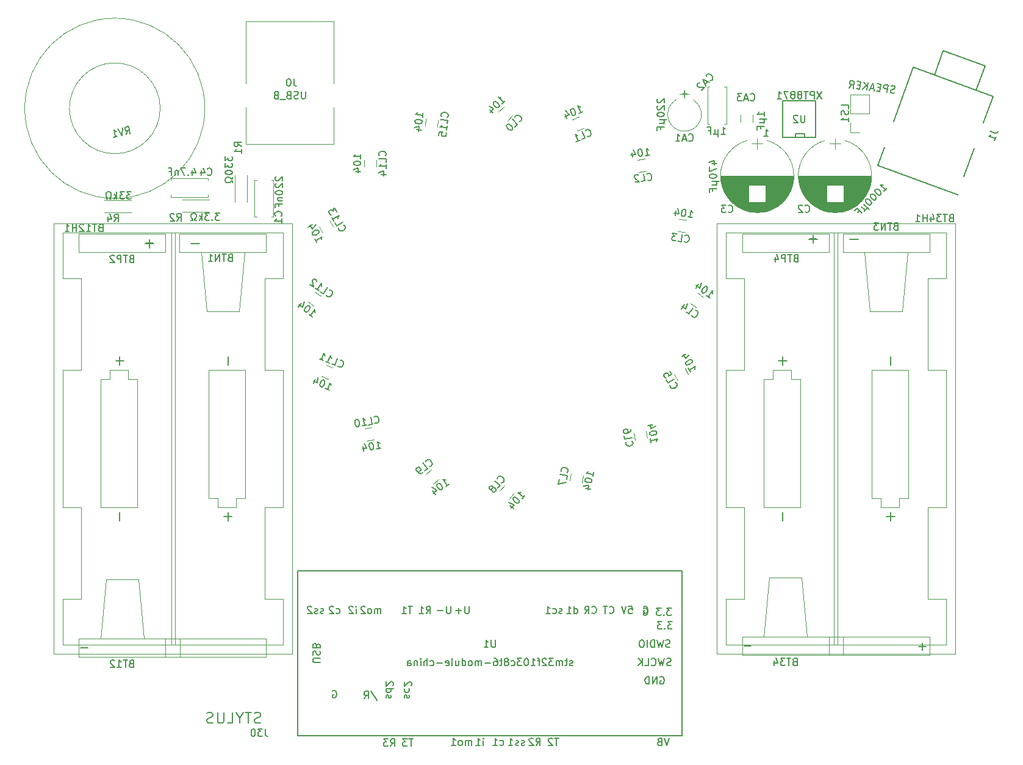
<source format=gbo>
G04 #@! TF.GenerationSoftware,KiCad,Pcbnew,(5.1.0-998-gf550ecaf1)*
G04 #@! TF.CreationDate,2019-07-11T01:53:52-07:00*
G04 #@! TF.ProjectId,Stylish-Belt-Synth - Full,5374796c-6973-4682-9d42-656c742d5379,rev?*
G04 #@! TF.SameCoordinates,Original*
G04 #@! TF.FileFunction,Legend,Bot*
G04 #@! TF.FilePolarity,Positive*
%FSLAX46Y46*%
G04 Gerber Fmt 4.6, Leading zero omitted, Abs format (unit mm)*
G04 Created by KiCad (PCBNEW (5.1.0-998-gf550ecaf1)) date 2019-07-11 01:53:52*
%MOMM*%
%LPD*%
G04 APERTURE LIST*
%ADD10C,0.200000*%
%ADD11C,0.152400*%
%ADD12C,0.150000*%
%ADD13C,0.120000*%
%ADD14C,0.101600*%
G04 APERTURE END LIST*
D10*
X184324285Y-63332380D02*
X184895714Y-63332380D01*
X184610000Y-63332380D02*
X184610000Y-62332380D01*
X184705238Y-62475238D01*
X184800476Y-62570476D01*
X184895714Y-62618095D01*
D11*
X173707047Y-57412571D02*
X172932952Y-57412571D01*
X173320000Y-57799619D02*
X173320000Y-57025523D01*
D12*
X191516000Y-63500000D02*
X191516000Y-58420000D01*
X191516000Y-58420000D02*
X186944000Y-58420000D01*
X186944000Y-58420000D02*
X186944000Y-63500000D01*
X186944000Y-63500000D02*
X191516000Y-63500000D01*
X189992000Y-63500000D02*
X189992000Y-62992000D01*
X189992000Y-62992000D02*
X188722000Y-62992000D01*
X188722000Y-62992000D02*
X188722000Y-63500000D01*
D13*
X182820000Y-60360000D02*
X182820000Y-61360000D01*
X181120000Y-61360000D02*
X181120000Y-60360000D01*
X96475000Y-73885000D02*
X92755000Y-73885000D01*
X92755000Y-72165000D02*
X96475000Y-72165000D01*
X102050000Y-71730000D02*
X107170000Y-71730000D01*
X102050000Y-69110000D02*
X107170000Y-69110000D01*
X102050000Y-71730000D02*
X102050000Y-71416000D01*
X102050000Y-69424000D02*
X102050000Y-69110000D01*
X107170000Y-71730000D02*
X107170000Y-71416000D01*
X107170000Y-69424000D02*
X107170000Y-69110000D01*
D14*
X88071670Y-60745844D02*
G75*
G03X100396330Y-58126156I6162330J1309844D01*
G01*
X100396330Y-58126156D02*
G75*
G03X88071670Y-60745844I-6162330J-1309844D01*
G01*
X106734000Y-59436000D02*
G75*
G03X106734000Y-59436000I-12500000J0D01*
G01*
D13*
X210882800Y-135110000D02*
X177762800Y-135110000D01*
X210882800Y-75400000D02*
X210882800Y-135110000D01*
X177762800Y-75400000D02*
X210882800Y-75400000D01*
X177762800Y-135110000D02*
X177762800Y-75400000D01*
X204357800Y-95715000D02*
X199277800Y-95715000D01*
X199277800Y-95715000D02*
X199277800Y-113495000D01*
X199277800Y-113495000D02*
X200547800Y-113495000D01*
X200547800Y-113495000D02*
X200547800Y-114765000D01*
X200547800Y-114765000D02*
X203087800Y-114765000D01*
X203087800Y-114765000D02*
X203087800Y-113495000D01*
X203087800Y-113495000D02*
X204357800Y-113495000D01*
X204357800Y-113495000D02*
X204357800Y-95715000D01*
X185557800Y-114765000D02*
X189367800Y-114765000D01*
X189367800Y-114765000D02*
X189367800Y-96985000D01*
X189367800Y-96985000D02*
X188097800Y-96985000D01*
X188097800Y-96985000D02*
X188097800Y-95715000D01*
X188097800Y-95715000D02*
X185557800Y-95715000D01*
X185557800Y-95715000D02*
X185557800Y-96985000D01*
X185557800Y-96985000D02*
X184287800Y-96985000D01*
X184287800Y-96985000D02*
X184287800Y-114765000D01*
X184287800Y-114765000D02*
X185557800Y-114765000D01*
X194068800Y-76670000D02*
X194068800Y-133840000D01*
X194576800Y-133840000D02*
X194576800Y-76670000D01*
X207072800Y-95715000D02*
X209612800Y-95715000D01*
X209612800Y-95715000D02*
X209612800Y-114765000D01*
X209612800Y-114765000D02*
X207072800Y-114765000D01*
X181572800Y-127465000D02*
X181572800Y-114765000D01*
X181572800Y-114765000D02*
X179032800Y-114765000D01*
X179032800Y-114765000D02*
X179032800Y-95715000D01*
X179032800Y-95715000D02*
X181572800Y-95715000D01*
X207072800Y-127465000D02*
X207072800Y-114765000D01*
X181572800Y-83015000D02*
X181572800Y-95715000D01*
X181572800Y-83015000D02*
X179032800Y-83015000D01*
X179032800Y-83015000D02*
X179032800Y-76670000D01*
X179032800Y-76670000D02*
X209612800Y-76670000D01*
X209612800Y-76670000D02*
X209612800Y-83015000D01*
X209612800Y-83015000D02*
X207072800Y-83015000D01*
X207072800Y-83015000D02*
X207072800Y-95715000D01*
X179032800Y-133840000D02*
X179032800Y-127465000D01*
X179032800Y-127465000D02*
X181572800Y-127465000D01*
X179032800Y-133840000D02*
X209612800Y-133840000D01*
X209612800Y-133840000D02*
X209612800Y-127465000D01*
X209612800Y-127465000D02*
X207072800Y-127465000D01*
X118885000Y-135130000D02*
X85765000Y-135130000D01*
X118885000Y-75420000D02*
X118885000Y-135130000D01*
X85765000Y-75420000D02*
X118885000Y-75420000D01*
X85765000Y-135130000D02*
X85765000Y-75420000D01*
X112360000Y-95735000D02*
X107280000Y-95735000D01*
X107280000Y-95735000D02*
X107280000Y-113515000D01*
X107280000Y-113515000D02*
X108550000Y-113515000D01*
X108550000Y-113515000D02*
X108550000Y-114785000D01*
X108550000Y-114785000D02*
X111090000Y-114785000D01*
X111090000Y-114785000D02*
X111090000Y-113515000D01*
X111090000Y-113515000D02*
X112360000Y-113515000D01*
X112360000Y-113515000D02*
X112360000Y-95735000D01*
X93560000Y-114785000D02*
X97370000Y-114785000D01*
X97370000Y-114785000D02*
X97370000Y-97005000D01*
X97370000Y-97005000D02*
X96100000Y-97005000D01*
X96100000Y-97005000D02*
X96100000Y-95735000D01*
X96100000Y-95735000D02*
X93560000Y-95735000D01*
X93560000Y-95735000D02*
X93560000Y-97005000D01*
X93560000Y-97005000D02*
X92290000Y-97005000D01*
X92290000Y-97005000D02*
X92290000Y-114785000D01*
X92290000Y-114785000D02*
X93560000Y-114785000D01*
X102071000Y-76690000D02*
X102071000Y-133860000D01*
X102579000Y-133860000D02*
X102579000Y-76690000D01*
X115075000Y-95735000D02*
X117615000Y-95735000D01*
X117615000Y-95735000D02*
X117615000Y-114785000D01*
X117615000Y-114785000D02*
X115075000Y-114785000D01*
X89575000Y-127485000D02*
X89575000Y-114785000D01*
X89575000Y-114785000D02*
X87035000Y-114785000D01*
X87035000Y-114785000D02*
X87035000Y-95735000D01*
X87035000Y-95735000D02*
X89575000Y-95735000D01*
X115075000Y-127485000D02*
X115075000Y-114785000D01*
X89575000Y-83035000D02*
X89575000Y-95735000D01*
X89575000Y-83035000D02*
X87035000Y-83035000D01*
X87035000Y-83035000D02*
X87035000Y-76690000D01*
X87035000Y-76690000D02*
X117615000Y-76690000D01*
X117615000Y-76690000D02*
X117615000Y-83035000D01*
X117615000Y-83035000D02*
X115075000Y-83035000D01*
X115075000Y-83035000D02*
X115075000Y-95735000D01*
X87035000Y-133860000D02*
X87035000Y-127485000D01*
X87035000Y-127485000D02*
X89575000Y-127485000D01*
X87035000Y-133860000D02*
X117615000Y-133860000D01*
X117615000Y-133860000D02*
X117615000Y-127485000D01*
X117615000Y-127485000D02*
X115075000Y-127485000D01*
X176490000Y-56455000D02*
X176490000Y-61575000D01*
X179110000Y-56455000D02*
X179110000Y-61575000D01*
X176490000Y-56455000D02*
X176804000Y-56455000D01*
X178796000Y-56455000D02*
X179110000Y-56455000D01*
X176490000Y-61575000D02*
X176804000Y-61575000D01*
X178796000Y-61575000D02*
X179110000Y-61575000D01*
X172128811Y-62299998D02*
G75*
G02X172130000Y-58259307I1181189J2019998D01*
G01*
X174491189Y-62299998D02*
G75*
G03X174490000Y-58259307I-1181189J2019998D01*
G01*
X174491189Y-62299998D02*
G75*
G02X172130000Y-62300693I-1181189J2019998D01*
G01*
X173310000Y-56830000D02*
X173310000Y-58030000D01*
X172660000Y-57430000D02*
X173960000Y-57430000D01*
D14*
X195325000Y-135235000D02*
X195325000Y-132735000D01*
X193325000Y-132735000D02*
X193325000Y-135235000D01*
X181325000Y-135235000D02*
X207325000Y-135235000D01*
X207325000Y-132735000D02*
X181325000Y-132735000D01*
X185075000Y-124485000D02*
X189575000Y-124485000D01*
X189575000Y-124485000D02*
X190325000Y-132735000D01*
X185075000Y-124485000D02*
X184325000Y-132735000D01*
X181325000Y-132735000D02*
X181325000Y-135235000D01*
X207325000Y-135235000D02*
X207325000Y-132735000D01*
X103250000Y-135489000D02*
X103250000Y-132989000D01*
X101250000Y-132989000D02*
X101250000Y-135489000D01*
X89250000Y-135489000D02*
X115250000Y-135489000D01*
X115250000Y-132989000D02*
X89250000Y-132989000D01*
X93000000Y-124739000D02*
X97500000Y-124739000D01*
X97500000Y-124739000D02*
X98250000Y-132989000D01*
X93000000Y-124739000D02*
X92250000Y-132989000D01*
X89250000Y-132989000D02*
X89250000Y-135489000D01*
X115250000Y-135489000D02*
X115250000Y-132989000D01*
X193325000Y-76855000D02*
X181325000Y-76855000D01*
X181325000Y-76855000D02*
X181325000Y-79355000D01*
X181325000Y-79355000D02*
X193325000Y-79355000D01*
X193325000Y-79355000D02*
X193325000Y-76855000D01*
D12*
X215035450Y-53543859D02*
X213804178Y-56926753D01*
X209209356Y-51423334D02*
X215035450Y-53543859D01*
X207978084Y-54806228D02*
X209209356Y-51423334D01*
X216153409Y-57781803D02*
X205065037Y-53745965D01*
X214819531Y-61446604D02*
X216153409Y-57781803D01*
X212117571Y-68870176D02*
X213519854Y-65017436D01*
X211194117Y-71407346D02*
X211228318Y-71313376D01*
X200105744Y-67371508D02*
X211194117Y-71407346D01*
X201029199Y-64834337D02*
X200105744Y-67371508D01*
X205065037Y-53745965D02*
X202328875Y-61263506D01*
D14*
X101250000Y-79355000D02*
X101250000Y-76855000D01*
X89250000Y-79355000D02*
X101250000Y-79355000D01*
X89250000Y-76855000D02*
X89250000Y-79355000D01*
X101250000Y-76855000D02*
X89250000Y-76855000D01*
X103220000Y-76855000D02*
X103220000Y-79355000D01*
X115220000Y-76855000D02*
X103220000Y-76855000D01*
X115220000Y-79355000D02*
X115220000Y-76855000D01*
X103220000Y-79355000D02*
X115220000Y-79355000D01*
X111470000Y-87605000D02*
X112220000Y-79355000D01*
X106970000Y-87605000D02*
X106220000Y-79355000D01*
X111470000Y-87605000D02*
X106970000Y-87605000D01*
X203545000Y-87605000D02*
X199045000Y-87605000D01*
X199045000Y-87605000D02*
X198295000Y-79355000D01*
X203545000Y-87605000D02*
X204295000Y-79355000D01*
X195295000Y-79355000D02*
X207295000Y-79355000D01*
X207295000Y-79355000D02*
X207295000Y-76855000D01*
X207295000Y-76855000D02*
X195295000Y-76855000D01*
X195295000Y-76855000D02*
X195295000Y-79355000D01*
D13*
X182638000Y-64344000D02*
X184138000Y-64344000D01*
X183388000Y-63594000D02*
X183388000Y-65094000D01*
X183109000Y-73875000D02*
X183667000Y-73875000D01*
X182716000Y-73835000D02*
X184060000Y-73835000D01*
X182475000Y-73795000D02*
X184301000Y-73795000D01*
X182284000Y-73755000D02*
X184492000Y-73755000D01*
X182123000Y-73715000D02*
X184653000Y-73715000D01*
X181981000Y-73675000D02*
X184795000Y-73675000D01*
X181852000Y-73635000D02*
X184924000Y-73635000D01*
X181734000Y-73595000D02*
X185042000Y-73595000D01*
X181625000Y-73555000D02*
X185151000Y-73555000D01*
X181522000Y-73515000D02*
X185254000Y-73515000D01*
X181426000Y-73475000D02*
X185350000Y-73475000D01*
X181335000Y-73435000D02*
X185441000Y-73435000D01*
X181248000Y-73395000D02*
X185528000Y-73395000D01*
X181166000Y-73355000D02*
X185610000Y-73355000D01*
X181087000Y-73315000D02*
X185689000Y-73315000D01*
X181011000Y-73275000D02*
X185765000Y-73275000D01*
X180939000Y-73235000D02*
X185837000Y-73235000D01*
X180869000Y-73195000D02*
X185907000Y-73195000D01*
X180801000Y-73155000D02*
X185975000Y-73155000D01*
X180736000Y-73115000D02*
X186040000Y-73115000D01*
X180673000Y-73075000D02*
X186103000Y-73075000D01*
X180611000Y-73035000D02*
X186165000Y-73035000D01*
X180552000Y-72995000D02*
X186224000Y-72995000D01*
X180494000Y-72955000D02*
X186282000Y-72955000D01*
X180439000Y-72915000D02*
X186337000Y-72915000D01*
X180384000Y-72875000D02*
X186392000Y-72875000D01*
X180331000Y-72835000D02*
X186445000Y-72835000D01*
X180280000Y-72795000D02*
X186496000Y-72795000D01*
X180230000Y-72755000D02*
X186546000Y-72755000D01*
X180181000Y-72715000D02*
X186595000Y-72715000D01*
X180133000Y-72675000D02*
X186643000Y-72675000D01*
X180086000Y-72635000D02*
X186690000Y-72635000D01*
X180041000Y-72595000D02*
X186735000Y-72595000D01*
X179997000Y-72555000D02*
X186779000Y-72555000D01*
X179953000Y-72515000D02*
X186823000Y-72515000D01*
X179911000Y-72475000D02*
X186865000Y-72475000D01*
X184569000Y-72435000D02*
X186906000Y-72435000D01*
X179870000Y-72435000D02*
X182207000Y-72435000D01*
X184569000Y-72395000D02*
X186947000Y-72395000D01*
X179829000Y-72395000D02*
X182207000Y-72395000D01*
X184569000Y-72355000D02*
X186986000Y-72355000D01*
X179790000Y-72355000D02*
X182207000Y-72355000D01*
X184569000Y-72315000D02*
X187025000Y-72315000D01*
X179751000Y-72315000D02*
X182207000Y-72315000D01*
X184569000Y-72275000D02*
X187063000Y-72275000D01*
X179713000Y-72275000D02*
X182207000Y-72275000D01*
X184569000Y-72235000D02*
X187100000Y-72235000D01*
X179676000Y-72235000D02*
X182207000Y-72235000D01*
X184569000Y-72195000D02*
X187136000Y-72195000D01*
X179640000Y-72195000D02*
X182207000Y-72195000D01*
X184569000Y-72155000D02*
X187172000Y-72155000D01*
X179604000Y-72155000D02*
X182207000Y-72155000D01*
X184569000Y-72115000D02*
X187207000Y-72115000D01*
X179569000Y-72115000D02*
X182207000Y-72115000D01*
X184569000Y-72075000D02*
X187241000Y-72075000D01*
X179535000Y-72075000D02*
X182207000Y-72075000D01*
X184569000Y-72035000D02*
X187274000Y-72035000D01*
X179502000Y-72035000D02*
X182207000Y-72035000D01*
X184569000Y-71995000D02*
X187307000Y-71995000D01*
X179469000Y-71995000D02*
X182207000Y-71995000D01*
X184569000Y-71955000D02*
X187339000Y-71955000D01*
X179437000Y-71955000D02*
X182207000Y-71955000D01*
X184569000Y-71915000D02*
X187370000Y-71915000D01*
X179406000Y-71915000D02*
X182207000Y-71915000D01*
X184569000Y-71875000D02*
X187401000Y-71875000D01*
X179375000Y-71875000D02*
X182207000Y-71875000D01*
X184569000Y-71835000D02*
X187431000Y-71835000D01*
X179345000Y-71835000D02*
X182207000Y-71835000D01*
X184569000Y-71795000D02*
X187460000Y-71795000D01*
X179316000Y-71795000D02*
X182207000Y-71795000D01*
X184569000Y-71755000D02*
X187489000Y-71755000D01*
X179287000Y-71755000D02*
X182207000Y-71755000D01*
X184569000Y-71715000D02*
X187518000Y-71715000D01*
X179258000Y-71715000D02*
X182207000Y-71715000D01*
X184569000Y-71675000D02*
X187545000Y-71675000D01*
X179231000Y-71675000D02*
X182207000Y-71675000D01*
X184569000Y-71635000D02*
X187573000Y-71635000D01*
X179203000Y-71635000D02*
X182207000Y-71635000D01*
X184569000Y-71595000D02*
X187599000Y-71595000D01*
X179177000Y-71595000D02*
X182207000Y-71595000D01*
X184569000Y-71555000D02*
X187625000Y-71555000D01*
X179151000Y-71555000D02*
X182207000Y-71555000D01*
X184569000Y-71515000D02*
X187651000Y-71515000D01*
X179125000Y-71515000D02*
X182207000Y-71515000D01*
X184569000Y-71475000D02*
X187676000Y-71475000D01*
X179100000Y-71475000D02*
X182207000Y-71475000D01*
X184569000Y-71435000D02*
X187700000Y-71435000D01*
X179076000Y-71435000D02*
X182207000Y-71435000D01*
X184569000Y-71395000D02*
X187724000Y-71395000D01*
X179052000Y-71395000D02*
X182207000Y-71395000D01*
X184569000Y-71355000D02*
X187748000Y-71355000D01*
X179028000Y-71355000D02*
X182207000Y-71355000D01*
X184569000Y-71315000D02*
X187771000Y-71315000D01*
X179005000Y-71315000D02*
X182207000Y-71315000D01*
X184569000Y-71275000D02*
X187793000Y-71275000D01*
X178983000Y-71275000D02*
X182207000Y-71275000D01*
X184569000Y-71235000D02*
X187816000Y-71235000D01*
X178960000Y-71235000D02*
X182207000Y-71235000D01*
X184569000Y-71195000D02*
X187837000Y-71195000D01*
X178939000Y-71195000D02*
X182207000Y-71195000D01*
X184569000Y-71155000D02*
X187858000Y-71155000D01*
X178918000Y-71155000D02*
X182207000Y-71155000D01*
X184569000Y-71115000D02*
X187879000Y-71115000D01*
X178897000Y-71115000D02*
X182207000Y-71115000D01*
X184569000Y-71075000D02*
X187899000Y-71075000D01*
X178877000Y-71075000D02*
X182207000Y-71075000D01*
X184569000Y-71035000D02*
X187919000Y-71035000D01*
X178857000Y-71035000D02*
X182207000Y-71035000D01*
X184569000Y-70995000D02*
X187938000Y-70995000D01*
X178838000Y-70995000D02*
X182207000Y-70995000D01*
X184569000Y-70955000D02*
X187957000Y-70955000D01*
X178819000Y-70955000D02*
X182207000Y-70955000D01*
X184569000Y-70915000D02*
X187976000Y-70915000D01*
X178800000Y-70915000D02*
X182207000Y-70915000D01*
X184569000Y-70875000D02*
X187994000Y-70875000D01*
X178782000Y-70875000D02*
X182207000Y-70875000D01*
X184569000Y-70835000D02*
X188012000Y-70835000D01*
X178764000Y-70835000D02*
X182207000Y-70835000D01*
X184569000Y-70795000D02*
X188029000Y-70795000D01*
X178747000Y-70795000D02*
X182207000Y-70795000D01*
X184569000Y-70755000D02*
X188046000Y-70755000D01*
X178730000Y-70755000D02*
X182207000Y-70755000D01*
X184569000Y-70715000D02*
X188062000Y-70715000D01*
X178714000Y-70715000D02*
X182207000Y-70715000D01*
X184569000Y-70675000D02*
X188079000Y-70675000D01*
X178697000Y-70675000D02*
X182207000Y-70675000D01*
X184569000Y-70635000D02*
X188094000Y-70635000D01*
X178682000Y-70635000D02*
X182207000Y-70635000D01*
X184569000Y-70595000D02*
X188110000Y-70595000D01*
X178666000Y-70595000D02*
X182207000Y-70595000D01*
X184569000Y-70555000D02*
X188125000Y-70555000D01*
X178651000Y-70555000D02*
X182207000Y-70555000D01*
X184569000Y-70515000D02*
X188139000Y-70515000D01*
X178637000Y-70515000D02*
X182207000Y-70515000D01*
X184569000Y-70475000D02*
X188153000Y-70475000D01*
X178623000Y-70475000D02*
X182207000Y-70475000D01*
X184569000Y-70435000D02*
X188167000Y-70435000D01*
X178609000Y-70435000D02*
X182207000Y-70435000D01*
X184569000Y-70395000D02*
X188180000Y-70395000D01*
X178596000Y-70395000D02*
X182207000Y-70395000D01*
X184569000Y-70355000D02*
X188194000Y-70355000D01*
X178582000Y-70355000D02*
X182207000Y-70355000D01*
X184569000Y-70315000D02*
X188206000Y-70315000D01*
X178570000Y-70315000D02*
X182207000Y-70315000D01*
X184569000Y-70275000D02*
X188219000Y-70275000D01*
X178557000Y-70275000D02*
X182207000Y-70275000D01*
X184569000Y-70235000D02*
X188231000Y-70235000D01*
X178545000Y-70235000D02*
X182207000Y-70235000D01*
X184569000Y-70195000D02*
X188242000Y-70195000D01*
X178534000Y-70195000D02*
X182207000Y-70195000D01*
X184569000Y-70155000D02*
X188253000Y-70155000D01*
X178523000Y-70155000D02*
X182207000Y-70155000D01*
X184569000Y-70115000D02*
X188264000Y-70115000D01*
X178512000Y-70115000D02*
X182207000Y-70115000D01*
X178501000Y-70075000D02*
X188275000Y-70075000D01*
X178491000Y-70035000D02*
X188285000Y-70035000D01*
X178481000Y-69995000D02*
X188295000Y-69995000D01*
X178471000Y-69955000D02*
X188305000Y-69955000D01*
X178462000Y-69915000D02*
X188314000Y-69915000D01*
X178453000Y-69875000D02*
X188323000Y-69875000D01*
X178445000Y-69835000D02*
X188331000Y-69835000D01*
X178437000Y-69795000D02*
X188339000Y-69795000D01*
X178429000Y-69755000D02*
X188347000Y-69755000D01*
X178421000Y-69715000D02*
X188355000Y-69715000D01*
X178414000Y-69675000D02*
X188362000Y-69675000D01*
X178407000Y-69635000D02*
X188369000Y-69635000D01*
X178401000Y-69595000D02*
X188375000Y-69595000D01*
X178395000Y-69555000D02*
X188381000Y-69555000D01*
X178389000Y-69515000D02*
X188387000Y-69515000D01*
X178383000Y-69474000D02*
X188393000Y-69474000D01*
X178378000Y-69434000D02*
X188398000Y-69434000D01*
X178373000Y-69394000D02*
X188403000Y-69394000D01*
X178368000Y-69354000D02*
X188408000Y-69354000D01*
X178364000Y-69314000D02*
X188412000Y-69314000D01*
X178360000Y-69274000D02*
X188416000Y-69274000D01*
X178357000Y-69234000D02*
X188419000Y-69234000D01*
X178353000Y-69194000D02*
X188423000Y-69194000D01*
X178350000Y-69154000D02*
X188426000Y-69154000D01*
X178348000Y-69114000D02*
X188428000Y-69114000D01*
X178345000Y-69074000D02*
X188431000Y-69074000D01*
X178343000Y-69034000D02*
X188433000Y-69034000D01*
X178341000Y-68994000D02*
X188435000Y-68994000D01*
X178340000Y-68954000D02*
X188436000Y-68954000D01*
X178339000Y-68914000D02*
X188437000Y-68914000D01*
X178338000Y-68874000D02*
X188438000Y-68874000D01*
X178338000Y-68834000D02*
X188438000Y-68834000D01*
X178338000Y-68794000D02*
X188438000Y-68794000D01*
X184771264Y-73692437D02*
G75*
G02X182008000Y-73693357I-1383264J4898437D01*
G01*
X184771264Y-73692437D02*
G75*
G03X184768000Y-63894643I-1383264J4898437D01*
G01*
X182004736Y-73692437D02*
G75*
G02X182008000Y-63894643I1383264J4898437D01*
G01*
X193433000Y-64344000D02*
X194933000Y-64344000D01*
X194183000Y-63594000D02*
X194183000Y-65094000D01*
X193904000Y-73875000D02*
X194462000Y-73875000D01*
X193511000Y-73835000D02*
X194855000Y-73835000D01*
X193270000Y-73795000D02*
X195096000Y-73795000D01*
X193079000Y-73755000D02*
X195287000Y-73755000D01*
X192918000Y-73715000D02*
X195448000Y-73715000D01*
X192776000Y-73675000D02*
X195590000Y-73675000D01*
X192647000Y-73635000D02*
X195719000Y-73635000D01*
X192529000Y-73595000D02*
X195837000Y-73595000D01*
X192420000Y-73555000D02*
X195946000Y-73555000D01*
X192317000Y-73515000D02*
X196049000Y-73515000D01*
X192221000Y-73475000D02*
X196145000Y-73475000D01*
X192130000Y-73435000D02*
X196236000Y-73435000D01*
X192043000Y-73395000D02*
X196323000Y-73395000D01*
X191961000Y-73355000D02*
X196405000Y-73355000D01*
X191882000Y-73315000D02*
X196484000Y-73315000D01*
X191806000Y-73275000D02*
X196560000Y-73275000D01*
X191734000Y-73235000D02*
X196632000Y-73235000D01*
X191664000Y-73195000D02*
X196702000Y-73195000D01*
X191596000Y-73155000D02*
X196770000Y-73155000D01*
X191531000Y-73115000D02*
X196835000Y-73115000D01*
X191468000Y-73075000D02*
X196898000Y-73075000D01*
X191406000Y-73035000D02*
X196960000Y-73035000D01*
X191347000Y-72995000D02*
X197019000Y-72995000D01*
X191289000Y-72955000D02*
X197077000Y-72955000D01*
X191234000Y-72915000D02*
X197132000Y-72915000D01*
X191179000Y-72875000D02*
X197187000Y-72875000D01*
X191126000Y-72835000D02*
X197240000Y-72835000D01*
X191075000Y-72795000D02*
X197291000Y-72795000D01*
X191025000Y-72755000D02*
X197341000Y-72755000D01*
X190976000Y-72715000D02*
X197390000Y-72715000D01*
X190928000Y-72675000D02*
X197438000Y-72675000D01*
X190881000Y-72635000D02*
X197485000Y-72635000D01*
X190836000Y-72595000D02*
X197530000Y-72595000D01*
X190792000Y-72555000D02*
X197574000Y-72555000D01*
X190748000Y-72515000D02*
X197618000Y-72515000D01*
X190706000Y-72475000D02*
X197660000Y-72475000D01*
X195364000Y-72435000D02*
X197701000Y-72435000D01*
X190665000Y-72435000D02*
X193002000Y-72435000D01*
X195364000Y-72395000D02*
X197742000Y-72395000D01*
X190624000Y-72395000D02*
X193002000Y-72395000D01*
X195364000Y-72355000D02*
X197781000Y-72355000D01*
X190585000Y-72355000D02*
X193002000Y-72355000D01*
X195364000Y-72315000D02*
X197820000Y-72315000D01*
X190546000Y-72315000D02*
X193002000Y-72315000D01*
X195364000Y-72275000D02*
X197858000Y-72275000D01*
X190508000Y-72275000D02*
X193002000Y-72275000D01*
X195364000Y-72235000D02*
X197895000Y-72235000D01*
X190471000Y-72235000D02*
X193002000Y-72235000D01*
X195364000Y-72195000D02*
X197931000Y-72195000D01*
X190435000Y-72195000D02*
X193002000Y-72195000D01*
X195364000Y-72155000D02*
X197967000Y-72155000D01*
X190399000Y-72155000D02*
X193002000Y-72155000D01*
X195364000Y-72115000D02*
X198002000Y-72115000D01*
X190364000Y-72115000D02*
X193002000Y-72115000D01*
X195364000Y-72075000D02*
X198036000Y-72075000D01*
X190330000Y-72075000D02*
X193002000Y-72075000D01*
X195364000Y-72035000D02*
X198069000Y-72035000D01*
X190297000Y-72035000D02*
X193002000Y-72035000D01*
X195364000Y-71995000D02*
X198102000Y-71995000D01*
X190264000Y-71995000D02*
X193002000Y-71995000D01*
X195364000Y-71955000D02*
X198134000Y-71955000D01*
X190232000Y-71955000D02*
X193002000Y-71955000D01*
X195364000Y-71915000D02*
X198165000Y-71915000D01*
X190201000Y-71915000D02*
X193002000Y-71915000D01*
X195364000Y-71875000D02*
X198196000Y-71875000D01*
X190170000Y-71875000D02*
X193002000Y-71875000D01*
X195364000Y-71835000D02*
X198226000Y-71835000D01*
X190140000Y-71835000D02*
X193002000Y-71835000D01*
X195364000Y-71795000D02*
X198255000Y-71795000D01*
X190111000Y-71795000D02*
X193002000Y-71795000D01*
X195364000Y-71755000D02*
X198284000Y-71755000D01*
X190082000Y-71755000D02*
X193002000Y-71755000D01*
X195364000Y-71715000D02*
X198313000Y-71715000D01*
X190053000Y-71715000D02*
X193002000Y-71715000D01*
X195364000Y-71675000D02*
X198340000Y-71675000D01*
X190026000Y-71675000D02*
X193002000Y-71675000D01*
X195364000Y-71635000D02*
X198368000Y-71635000D01*
X189998000Y-71635000D02*
X193002000Y-71635000D01*
X195364000Y-71595000D02*
X198394000Y-71595000D01*
X189972000Y-71595000D02*
X193002000Y-71595000D01*
X195364000Y-71555000D02*
X198420000Y-71555000D01*
X189946000Y-71555000D02*
X193002000Y-71555000D01*
X195364000Y-71515000D02*
X198446000Y-71515000D01*
X189920000Y-71515000D02*
X193002000Y-71515000D01*
X195364000Y-71475000D02*
X198471000Y-71475000D01*
X189895000Y-71475000D02*
X193002000Y-71475000D01*
X195364000Y-71435000D02*
X198495000Y-71435000D01*
X189871000Y-71435000D02*
X193002000Y-71435000D01*
X195364000Y-71395000D02*
X198519000Y-71395000D01*
X189847000Y-71395000D02*
X193002000Y-71395000D01*
X195364000Y-71355000D02*
X198543000Y-71355000D01*
X189823000Y-71355000D02*
X193002000Y-71355000D01*
X195364000Y-71315000D02*
X198566000Y-71315000D01*
X189800000Y-71315000D02*
X193002000Y-71315000D01*
X195364000Y-71275000D02*
X198588000Y-71275000D01*
X189778000Y-71275000D02*
X193002000Y-71275000D01*
X195364000Y-71235000D02*
X198611000Y-71235000D01*
X189755000Y-71235000D02*
X193002000Y-71235000D01*
X195364000Y-71195000D02*
X198632000Y-71195000D01*
X189734000Y-71195000D02*
X193002000Y-71195000D01*
X195364000Y-71155000D02*
X198653000Y-71155000D01*
X189713000Y-71155000D02*
X193002000Y-71155000D01*
X195364000Y-71115000D02*
X198674000Y-71115000D01*
X189692000Y-71115000D02*
X193002000Y-71115000D01*
X195364000Y-71075000D02*
X198694000Y-71075000D01*
X189672000Y-71075000D02*
X193002000Y-71075000D01*
X195364000Y-71035000D02*
X198714000Y-71035000D01*
X189652000Y-71035000D02*
X193002000Y-71035000D01*
X195364000Y-70995000D02*
X198733000Y-70995000D01*
X189633000Y-70995000D02*
X193002000Y-70995000D01*
X195364000Y-70955000D02*
X198752000Y-70955000D01*
X189614000Y-70955000D02*
X193002000Y-70955000D01*
X195364000Y-70915000D02*
X198771000Y-70915000D01*
X189595000Y-70915000D02*
X193002000Y-70915000D01*
X195364000Y-70875000D02*
X198789000Y-70875000D01*
X189577000Y-70875000D02*
X193002000Y-70875000D01*
X195364000Y-70835000D02*
X198807000Y-70835000D01*
X189559000Y-70835000D02*
X193002000Y-70835000D01*
X195364000Y-70795000D02*
X198824000Y-70795000D01*
X189542000Y-70795000D02*
X193002000Y-70795000D01*
X195364000Y-70755000D02*
X198841000Y-70755000D01*
X189525000Y-70755000D02*
X193002000Y-70755000D01*
X195364000Y-70715000D02*
X198857000Y-70715000D01*
X189509000Y-70715000D02*
X193002000Y-70715000D01*
X195364000Y-70675000D02*
X198874000Y-70675000D01*
X189492000Y-70675000D02*
X193002000Y-70675000D01*
X195364000Y-70635000D02*
X198889000Y-70635000D01*
X189477000Y-70635000D02*
X193002000Y-70635000D01*
X195364000Y-70595000D02*
X198905000Y-70595000D01*
X189461000Y-70595000D02*
X193002000Y-70595000D01*
X195364000Y-70555000D02*
X198920000Y-70555000D01*
X189446000Y-70555000D02*
X193002000Y-70555000D01*
X195364000Y-70515000D02*
X198934000Y-70515000D01*
X189432000Y-70515000D02*
X193002000Y-70515000D01*
X195364000Y-70475000D02*
X198948000Y-70475000D01*
X189418000Y-70475000D02*
X193002000Y-70475000D01*
X195364000Y-70435000D02*
X198962000Y-70435000D01*
X189404000Y-70435000D02*
X193002000Y-70435000D01*
X195364000Y-70395000D02*
X198975000Y-70395000D01*
X189391000Y-70395000D02*
X193002000Y-70395000D01*
X195364000Y-70355000D02*
X198989000Y-70355000D01*
X189377000Y-70355000D02*
X193002000Y-70355000D01*
X195364000Y-70315000D02*
X199001000Y-70315000D01*
X189365000Y-70315000D02*
X193002000Y-70315000D01*
X195364000Y-70275000D02*
X199014000Y-70275000D01*
X189352000Y-70275000D02*
X193002000Y-70275000D01*
X195364000Y-70235000D02*
X199026000Y-70235000D01*
X189340000Y-70235000D02*
X193002000Y-70235000D01*
X195364000Y-70195000D02*
X199037000Y-70195000D01*
X189329000Y-70195000D02*
X193002000Y-70195000D01*
X195364000Y-70155000D02*
X199048000Y-70155000D01*
X189318000Y-70155000D02*
X193002000Y-70155000D01*
X195364000Y-70115000D02*
X199059000Y-70115000D01*
X189307000Y-70115000D02*
X193002000Y-70115000D01*
X189296000Y-70075000D02*
X199070000Y-70075000D01*
X189286000Y-70035000D02*
X199080000Y-70035000D01*
X189276000Y-69995000D02*
X199090000Y-69995000D01*
X189266000Y-69955000D02*
X199100000Y-69955000D01*
X189257000Y-69915000D02*
X199109000Y-69915000D01*
X189248000Y-69875000D02*
X199118000Y-69875000D01*
X189240000Y-69835000D02*
X199126000Y-69835000D01*
X189232000Y-69795000D02*
X199134000Y-69795000D01*
X189224000Y-69755000D02*
X199142000Y-69755000D01*
X189216000Y-69715000D02*
X199150000Y-69715000D01*
X189209000Y-69675000D02*
X199157000Y-69675000D01*
X189202000Y-69635000D02*
X199164000Y-69635000D01*
X189196000Y-69595000D02*
X199170000Y-69595000D01*
X189190000Y-69555000D02*
X199176000Y-69555000D01*
X189184000Y-69515000D02*
X199182000Y-69515000D01*
X189178000Y-69474000D02*
X199188000Y-69474000D01*
X189173000Y-69434000D02*
X199193000Y-69434000D01*
X189168000Y-69394000D02*
X199198000Y-69394000D01*
X189163000Y-69354000D02*
X199203000Y-69354000D01*
X189159000Y-69314000D02*
X199207000Y-69314000D01*
X189155000Y-69274000D02*
X199211000Y-69274000D01*
X189152000Y-69234000D02*
X199214000Y-69234000D01*
X189148000Y-69194000D02*
X199218000Y-69194000D01*
X189145000Y-69154000D02*
X199221000Y-69154000D01*
X189143000Y-69114000D02*
X199223000Y-69114000D01*
X189140000Y-69074000D02*
X199226000Y-69074000D01*
X189138000Y-69034000D02*
X199228000Y-69034000D01*
X189136000Y-68994000D02*
X199230000Y-68994000D01*
X189135000Y-68954000D02*
X199231000Y-68954000D01*
X189134000Y-68914000D02*
X199232000Y-68914000D01*
X189133000Y-68874000D02*
X199233000Y-68874000D01*
X189133000Y-68834000D02*
X199233000Y-68834000D01*
X189133000Y-68794000D02*
X199233000Y-68794000D01*
X195566264Y-73692437D02*
G75*
G02X192803000Y-73693357I-1383264J4898437D01*
G01*
X195566264Y-73692437D02*
G75*
G03X195563000Y-63894643I-1383264J4898437D01*
G01*
X192799736Y-73692437D02*
G75*
G02X192803000Y-63894643I1383264J4898437D01*
G01*
X196290000Y-62760000D02*
X197620000Y-62760000D01*
X196290000Y-61430000D02*
X196290000Y-62760000D01*
X196290000Y-60160000D02*
X198950000Y-60160000D01*
X198950000Y-60160000D02*
X198950000Y-57560000D01*
X196290000Y-60160000D02*
X196290000Y-57560000D01*
X196290000Y-57560000D02*
X198950000Y-57560000D01*
X113640000Y-69350000D02*
X113640000Y-74470000D01*
X116260000Y-69350000D02*
X116260000Y-74470000D01*
X113640000Y-69350000D02*
X113954000Y-69350000D01*
X115946000Y-69350000D02*
X116260000Y-69350000D01*
X113640000Y-74470000D02*
X113954000Y-74470000D01*
X115946000Y-74470000D02*
X116260000Y-74470000D01*
X139073608Y-61059588D02*
X138969079Y-62054110D01*
X137278392Y-61876412D02*
X137382921Y-60881890D01*
X128817000Y-67556000D02*
X128817000Y-66556000D01*
X130517000Y-66556000D02*
X130517000Y-67556000D01*
X124057122Y-74960987D02*
X124557122Y-75827013D01*
X123084878Y-76677013D02*
X122584878Y-75810987D01*
X121842036Y-86835067D02*
X121022884Y-86261491D01*
X121997964Y-84868933D02*
X122817116Y-85442509D01*
X123561341Y-95035361D02*
X124485221Y-95418044D01*
X123834659Y-96988639D02*
X122910779Y-96605956D01*
X130180005Y-105370263D02*
X129195197Y-105543911D01*
X128899995Y-103869737D02*
X129884803Y-103696089D01*
X137385876Y-110170030D02*
X138179229Y-109561269D01*
X139214124Y-110909970D02*
X138420771Y-111518731D01*
X149612532Y-112843347D02*
X148969744Y-113609392D01*
X147667468Y-112516653D02*
X148310256Y-111750608D01*
X159213911Y-110395197D02*
X159040263Y-111380005D01*
X157366089Y-111084803D02*
X157539737Y-110099995D01*
X166429737Y-105430005D02*
X166256089Y-104445197D01*
X167930263Y-104149995D02*
X168103911Y-105134803D01*
X173346122Y-95431987D02*
X173846122Y-96298013D01*
X172373878Y-97148013D02*
X171873878Y-96281987D01*
X174982036Y-87053067D02*
X174162884Y-86479491D01*
X175137964Y-85086933D02*
X175957116Y-85660509D01*
X173362684Y-76614599D02*
X172370138Y-76492730D01*
X172577316Y-74805401D02*
X173569862Y-74927270D01*
X166760138Y-66567270D02*
X167752684Y-66445401D01*
X167959862Y-68132730D02*
X166967316Y-68254599D01*
X159307221Y-62183956D02*
X158383341Y-62566639D01*
X157732779Y-60996044D02*
X158656659Y-60613361D01*
X147508406Y-59950513D02*
X148215513Y-59243406D01*
X149417594Y-60445487D02*
X148710487Y-61152594D01*
X103630000Y-72100000D02*
X107350000Y-72100000D01*
X107350000Y-73820000D02*
X103630000Y-73820000D01*
X112620000Y-68748200D02*
X112620000Y-72468200D01*
X110900000Y-72468200D02*
X110900000Y-68748200D01*
D12*
X119634000Y-123571000D02*
X172974000Y-123571000D01*
X172974000Y-146431000D02*
X119634000Y-146431000D01*
X172974000Y-123571000D02*
X172974000Y-146431000D01*
X119634000Y-146431000D02*
X119634000Y-123571000D01*
D13*
X112454500Y-56007000D02*
X112454500Y-47367000D01*
X112454500Y-64387000D02*
X112454500Y-59307000D01*
X124654500Y-56007000D02*
X124654500Y-47367000D01*
X124654500Y-64387000D02*
X124654500Y-59307000D01*
X124654500Y-47367000D02*
X112454500Y-47367000D01*
X112454500Y-64387000D02*
X124654500Y-64387000D01*
D12*
X190011904Y-60392380D02*
X190011904Y-61201904D01*
X189964285Y-61297142D01*
X189916666Y-61344761D01*
X189821428Y-61392380D01*
X189630952Y-61392380D01*
X189535714Y-61344761D01*
X189488095Y-61297142D01*
X189440476Y-61201904D01*
X189440476Y-60392380D01*
X189011904Y-60487619D02*
X188964285Y-60440000D01*
X188869047Y-60392380D01*
X188630952Y-60392380D01*
X188535714Y-60440000D01*
X188488095Y-60487619D01*
X188440476Y-60582857D01*
X188440476Y-60678095D01*
X188488095Y-60820952D01*
X189059523Y-61392380D01*
X188440476Y-61392380D01*
X192349047Y-57092380D02*
X191682380Y-58092380D01*
X191682380Y-57092380D02*
X192349047Y-58092380D01*
X191301428Y-58092380D02*
X191301428Y-57092380D01*
X190920476Y-57092380D01*
X190825238Y-57140000D01*
X190777619Y-57187619D01*
X190730000Y-57282857D01*
X190730000Y-57425714D01*
X190777619Y-57520952D01*
X190825238Y-57568571D01*
X190920476Y-57616190D01*
X191301428Y-57616190D01*
X190444285Y-57092380D02*
X189872857Y-57092380D01*
X190158571Y-58092380D02*
X190158571Y-57092380D01*
X189396666Y-57520952D02*
X189491904Y-57473333D01*
X189539523Y-57425714D01*
X189587142Y-57330476D01*
X189587142Y-57282857D01*
X189539523Y-57187619D01*
X189491904Y-57140000D01*
X189396666Y-57092380D01*
X189206190Y-57092380D01*
X189110952Y-57140000D01*
X189063333Y-57187619D01*
X189015714Y-57282857D01*
X189015714Y-57330476D01*
X189063333Y-57425714D01*
X189110952Y-57473333D01*
X189206190Y-57520952D01*
X189396666Y-57520952D01*
X189491904Y-57568571D01*
X189539523Y-57616190D01*
X189587142Y-57711428D01*
X189587142Y-57901904D01*
X189539523Y-57997142D01*
X189491904Y-58044761D01*
X189396666Y-58092380D01*
X189206190Y-58092380D01*
X189110952Y-58044761D01*
X189063333Y-57997142D01*
X189015714Y-57901904D01*
X189015714Y-57711428D01*
X189063333Y-57616190D01*
X189110952Y-57568571D01*
X189206190Y-57520952D01*
X188444285Y-57520952D02*
X188539523Y-57473333D01*
X188587142Y-57425714D01*
X188634761Y-57330476D01*
X188634761Y-57282857D01*
X188587142Y-57187619D01*
X188539523Y-57140000D01*
X188444285Y-57092380D01*
X188253809Y-57092380D01*
X188158571Y-57140000D01*
X188110952Y-57187619D01*
X188063333Y-57282857D01*
X188063333Y-57330476D01*
X188110952Y-57425714D01*
X188158571Y-57473333D01*
X188253809Y-57520952D01*
X188444285Y-57520952D01*
X188539523Y-57568571D01*
X188587142Y-57616190D01*
X188634761Y-57711428D01*
X188634761Y-57901904D01*
X188587142Y-57997142D01*
X188539523Y-58044761D01*
X188444285Y-58092380D01*
X188253809Y-58092380D01*
X188158571Y-58044761D01*
X188110952Y-57997142D01*
X188063333Y-57901904D01*
X188063333Y-57711428D01*
X188110952Y-57616190D01*
X188158571Y-57568571D01*
X188253809Y-57520952D01*
X187730000Y-57092380D02*
X187063333Y-57092380D01*
X187491904Y-58092380D01*
X186158571Y-58092380D02*
X186730000Y-58092380D01*
X186444285Y-58092380D02*
X186444285Y-57092380D01*
X186539523Y-57235238D01*
X186634761Y-57330476D01*
X186730000Y-57378095D01*
X182455238Y-58297142D02*
X182502857Y-58344761D01*
X182645714Y-58392380D01*
X182740952Y-58392380D01*
X182883809Y-58344761D01*
X182979047Y-58249523D01*
X183026666Y-58154285D01*
X183074285Y-57963809D01*
X183074285Y-57820952D01*
X183026666Y-57630476D01*
X182979047Y-57535238D01*
X182883809Y-57440000D01*
X182740952Y-57392380D01*
X182645714Y-57392380D01*
X182502857Y-57440000D01*
X182455238Y-57487619D01*
X182074285Y-58106666D02*
X181598095Y-58106666D01*
X182169523Y-58392380D02*
X181836190Y-57392380D01*
X181502857Y-58392380D01*
X181264761Y-57392380D02*
X180645714Y-57392380D01*
X180979047Y-57773333D01*
X180836190Y-57773333D01*
X180740952Y-57820952D01*
X180693333Y-57868571D01*
X180645714Y-57963809D01*
X180645714Y-58201904D01*
X180693333Y-58297142D01*
X180740952Y-58344761D01*
X180836190Y-58392380D01*
X181121904Y-58392380D01*
X181217142Y-58344761D01*
X181264761Y-58297142D01*
X184392380Y-60503333D02*
X184392380Y-59931904D01*
X184392380Y-60217619D02*
X183392380Y-60217619D01*
X183535238Y-60122380D01*
X183630476Y-60027142D01*
X183678095Y-59931904D01*
X183725714Y-60931904D02*
X184725714Y-60931904D01*
X184249523Y-61408095D02*
X184344761Y-61455714D01*
X184392380Y-61550952D01*
X184249523Y-60931904D02*
X184344761Y-60979523D01*
X184392380Y-61074761D01*
X184392380Y-61265238D01*
X184344761Y-61360476D01*
X184249523Y-61408095D01*
X183725714Y-61408095D01*
X183868571Y-62312857D02*
X183868571Y-61979523D01*
X184392380Y-61979523D02*
X183392380Y-61979523D01*
X183392380Y-62455714D01*
X94176666Y-75112380D02*
X94510000Y-74636190D01*
X94748095Y-75112380D02*
X94748095Y-74112380D01*
X94367142Y-74112380D01*
X94271904Y-74160000D01*
X94224285Y-74207619D01*
X94176666Y-74302857D01*
X94176666Y-74445714D01*
X94224285Y-74540952D01*
X94271904Y-74588571D01*
X94367142Y-74636190D01*
X94748095Y-74636190D01*
X93319523Y-74445714D02*
X93319523Y-75112380D01*
X93557619Y-74064761D02*
X93795714Y-74779047D01*
X93176666Y-74779047D01*
X96515714Y-71002380D02*
X95896666Y-71002380D01*
X96230000Y-71383333D01*
X96087142Y-71383333D01*
X95991904Y-71430952D01*
X95944285Y-71478571D01*
X95896666Y-71573809D01*
X95896666Y-71811904D01*
X95944285Y-71907142D01*
X95991904Y-71954761D01*
X96087142Y-72002380D01*
X96372857Y-72002380D01*
X96468095Y-71954761D01*
X96515714Y-71907142D01*
X95563333Y-71002380D02*
X94944285Y-71002380D01*
X95277619Y-71383333D01*
X95134761Y-71383333D01*
X95039523Y-71430952D01*
X94991904Y-71478571D01*
X94944285Y-71573809D01*
X94944285Y-71811904D01*
X94991904Y-71907142D01*
X95039523Y-71954761D01*
X95134761Y-72002380D01*
X95420476Y-72002380D01*
X95515714Y-71954761D01*
X95563333Y-71907142D01*
X94515714Y-72002380D02*
X94515714Y-71002380D01*
X94420476Y-71621428D02*
X94134761Y-72002380D01*
X94134761Y-71335714D02*
X94515714Y-71716666D01*
X93753809Y-72002380D02*
X93515714Y-72002380D01*
X93515714Y-71811904D01*
X93610952Y-71764285D01*
X93706190Y-71669047D01*
X93753809Y-71526190D01*
X93753809Y-71288095D01*
X93706190Y-71145238D01*
X93610952Y-71050000D01*
X93468095Y-71002380D01*
X93277619Y-71002380D01*
X93134761Y-71050000D01*
X93039523Y-71145238D01*
X92991904Y-71288095D01*
X92991904Y-71526190D01*
X93039523Y-71669047D01*
X93134761Y-71764285D01*
X93230000Y-71811904D01*
X93230000Y-72002380D01*
X92991904Y-72002380D01*
X107096666Y-68637142D02*
X107144285Y-68684761D01*
X107287142Y-68732380D01*
X107382380Y-68732380D01*
X107525238Y-68684761D01*
X107620476Y-68589523D01*
X107668095Y-68494285D01*
X107715714Y-68303809D01*
X107715714Y-68160952D01*
X107668095Y-67970476D01*
X107620476Y-67875238D01*
X107525238Y-67780000D01*
X107382380Y-67732380D01*
X107287142Y-67732380D01*
X107144285Y-67780000D01*
X107096666Y-67827619D01*
X106239523Y-68065714D02*
X106239523Y-68732380D01*
X106477619Y-67684761D02*
X106715714Y-68399047D01*
X106096666Y-68399047D01*
X104974761Y-68065714D02*
X104974761Y-68732380D01*
X105212857Y-67684761D02*
X105450952Y-68399047D01*
X104831904Y-68399047D01*
X104450952Y-68637142D02*
X104403333Y-68684761D01*
X104450952Y-68732380D01*
X104498571Y-68684761D01*
X104450952Y-68637142D01*
X104450952Y-68732380D01*
X104070000Y-67732380D02*
X103403333Y-67732380D01*
X103831904Y-68732380D01*
X103022380Y-68065714D02*
X103022380Y-68732380D01*
X103022380Y-68160952D02*
X102974761Y-68113333D01*
X102879523Y-68065714D01*
X102736666Y-68065714D01*
X102641428Y-68113333D01*
X102593809Y-68208571D01*
X102593809Y-68732380D01*
X101784285Y-68208571D02*
X102117619Y-68208571D01*
X102117619Y-68732380D02*
X102117619Y-67732380D01*
X101641428Y-67732380D01*
X95799286Y-63056738D02*
X96026329Y-62521649D01*
X96358227Y-62937931D02*
X96150315Y-61959784D01*
X95777688Y-62038988D01*
X95694431Y-62105368D01*
X95657753Y-62161847D01*
X95630976Y-62264904D01*
X95660678Y-62404639D01*
X95727057Y-62487896D01*
X95783536Y-62524574D01*
X95886594Y-62551351D01*
X96259221Y-62472147D01*
X95311903Y-62137994D02*
X95193766Y-63185445D01*
X94659805Y-62276601D01*
X94029304Y-63432959D02*
X94588246Y-63314152D01*
X94308775Y-63373556D02*
X94100863Y-62395408D01*
X94223722Y-62515342D01*
X94336680Y-62588698D01*
X94439737Y-62615476D01*
X210287904Y-74604571D02*
X210145047Y-74652190D01*
X210097428Y-74699809D01*
X210049809Y-74795047D01*
X210049809Y-74937904D01*
X210097428Y-75033142D01*
X210145047Y-75080761D01*
X210240285Y-75128380D01*
X210621238Y-75128380D01*
X210621238Y-74128380D01*
X210287904Y-74128380D01*
X210192666Y-74176000D01*
X210145047Y-74223619D01*
X210097428Y-74318857D01*
X210097428Y-74414095D01*
X210145047Y-74509333D01*
X210192666Y-74556952D01*
X210287904Y-74604571D01*
X210621238Y-74604571D01*
X209764095Y-74128380D02*
X209192666Y-74128380D01*
X209478380Y-75128380D02*
X209478380Y-74128380D01*
X208954571Y-74128380D02*
X208335523Y-74128380D01*
X208668857Y-74509333D01*
X208526000Y-74509333D01*
X208430761Y-74556952D01*
X208383142Y-74604571D01*
X208335523Y-74699809D01*
X208335523Y-74937904D01*
X208383142Y-75033142D01*
X208430761Y-75080761D01*
X208526000Y-75128380D01*
X208811714Y-75128380D01*
X208906952Y-75080761D01*
X208954571Y-75033142D01*
X207478380Y-74461714D02*
X207478380Y-75128380D01*
X207716476Y-74080761D02*
X207954571Y-74795047D01*
X207335523Y-74795047D01*
X206954571Y-75128380D02*
X206954571Y-74128380D01*
X206954571Y-74604571D02*
X206383142Y-74604571D01*
X206383142Y-75128380D02*
X206383142Y-74128380D01*
X205383142Y-75128380D02*
X205954571Y-75128380D01*
X205668857Y-75128380D02*
X205668857Y-74128380D01*
X205764095Y-74271238D01*
X205859333Y-74366476D01*
X205954571Y-74414095D01*
X186934942Y-115463571D02*
X186934942Y-116606428D01*
X186934942Y-93873571D02*
X186934942Y-95016428D01*
X187506371Y-94445000D02*
X186363514Y-94445000D01*
X201924942Y-115463571D02*
X201924942Y-116606428D01*
X202496371Y-116035000D02*
X201353514Y-116035000D01*
X201924942Y-93873571D02*
X201924942Y-95016428D01*
X191147142Y-77008571D02*
X191147142Y-78151428D01*
X191718571Y-77580000D02*
X190575714Y-77580000D01*
X197401428Y-77597142D02*
X196258571Y-77597142D01*
X92241904Y-75988571D02*
X92099047Y-76036190D01*
X92051428Y-76083809D01*
X92003809Y-76179047D01*
X92003809Y-76321904D01*
X92051428Y-76417142D01*
X92099047Y-76464761D01*
X92194285Y-76512380D01*
X92575238Y-76512380D01*
X92575238Y-75512380D01*
X92241904Y-75512380D01*
X92146666Y-75560000D01*
X92099047Y-75607619D01*
X92051428Y-75702857D01*
X92051428Y-75798095D01*
X92099047Y-75893333D01*
X92146666Y-75940952D01*
X92241904Y-75988571D01*
X92575238Y-75988571D01*
X91718095Y-75512380D02*
X91146666Y-75512380D01*
X91432380Y-76512380D02*
X91432380Y-75512380D01*
X90289523Y-76512380D02*
X90860952Y-76512380D01*
X90575238Y-76512380D02*
X90575238Y-75512380D01*
X90670476Y-75655238D01*
X90765714Y-75750476D01*
X90860952Y-75798095D01*
X89908571Y-75607619D02*
X89860952Y-75560000D01*
X89765714Y-75512380D01*
X89527619Y-75512380D01*
X89432380Y-75560000D01*
X89384761Y-75607619D01*
X89337142Y-75702857D01*
X89337142Y-75798095D01*
X89384761Y-75940952D01*
X89956190Y-76512380D01*
X89337142Y-76512380D01*
X88908571Y-76512380D02*
X88908571Y-75512380D01*
X88908571Y-75988571D02*
X88337142Y-75988571D01*
X88337142Y-76512380D02*
X88337142Y-75512380D01*
X87337142Y-76512380D02*
X87908571Y-76512380D01*
X87622857Y-76512380D02*
X87622857Y-75512380D01*
X87718095Y-75655238D01*
X87813333Y-75750476D01*
X87908571Y-75798095D01*
X94937142Y-115483571D02*
X94937142Y-116626428D01*
X94937142Y-93893571D02*
X94937142Y-95036428D01*
X95508571Y-94465000D02*
X94365714Y-94465000D01*
X109927142Y-115483571D02*
X109927142Y-116626428D01*
X110498571Y-116055000D02*
X109355714Y-116055000D01*
X109927142Y-93893571D02*
X109927142Y-95036428D01*
X99027142Y-77608571D02*
X99027142Y-78751428D01*
X99598571Y-78180000D02*
X98455714Y-78180000D01*
X105981428Y-78237142D02*
X104838571Y-78237142D01*
X176893435Y-55601641D02*
X176960778Y-55601641D01*
X177095465Y-55534297D01*
X177162809Y-55466954D01*
X177230152Y-55332267D01*
X177230152Y-55197580D01*
X177196480Y-55096564D01*
X177095465Y-54928206D01*
X176994450Y-54827190D01*
X176826091Y-54726175D01*
X176725076Y-54692503D01*
X176590389Y-54692503D01*
X176455702Y-54759847D01*
X176388358Y-54827190D01*
X176321015Y-54961877D01*
X176321015Y-55029221D01*
X176489374Y-55736328D02*
X176152656Y-56073045D01*
X176758748Y-55871015D02*
X175815938Y-55399610D01*
X176287343Y-56342419D01*
X175445549Y-55904687D02*
X175378206Y-55904687D01*
X175277190Y-55938358D01*
X175108832Y-56106717D01*
X175075160Y-56207732D01*
X175075160Y-56275076D01*
X175108832Y-56376091D01*
X175176175Y-56443435D01*
X175310862Y-56510778D01*
X176118984Y-56510778D01*
X175681251Y-56948511D01*
X178416666Y-63022380D02*
X178988095Y-63022380D01*
X178702380Y-63022380D02*
X178702380Y-62022380D01*
X178797619Y-62165238D01*
X178892857Y-62260476D01*
X178988095Y-62308095D01*
X177988095Y-62355714D02*
X177988095Y-63355714D01*
X177511904Y-62879523D02*
X177464285Y-62974761D01*
X177369047Y-63022380D01*
X177988095Y-62879523D02*
X177940476Y-62974761D01*
X177845238Y-63022380D01*
X177654761Y-63022380D01*
X177559523Y-62974761D01*
X177511904Y-62879523D01*
X177511904Y-62355714D01*
X176607142Y-62498571D02*
X176940476Y-62498571D01*
X176940476Y-63022380D02*
X176940476Y-62022380D01*
X176464285Y-62022380D01*
X173885238Y-63897142D02*
X173932857Y-63944761D01*
X174075714Y-63992380D01*
X174170952Y-63992380D01*
X174313809Y-63944761D01*
X174409047Y-63849523D01*
X174456666Y-63754285D01*
X174504285Y-63563809D01*
X174504285Y-63420952D01*
X174456666Y-63230476D01*
X174409047Y-63135238D01*
X174313809Y-63040000D01*
X174170952Y-62992380D01*
X174075714Y-62992380D01*
X173932857Y-63040000D01*
X173885238Y-63087619D01*
X173504285Y-63706666D02*
X173028095Y-63706666D01*
X173599523Y-63992380D02*
X173266190Y-62992380D01*
X172932857Y-63992380D01*
X172075714Y-63992380D02*
X172647142Y-63992380D01*
X172361428Y-63992380D02*
X172361428Y-62992380D01*
X172456666Y-63135238D01*
X172551904Y-63230476D01*
X172647142Y-63278095D01*
X169597619Y-58109523D02*
X169550000Y-58157142D01*
X169502380Y-58252380D01*
X169502380Y-58490476D01*
X169550000Y-58585714D01*
X169597619Y-58633333D01*
X169692857Y-58680952D01*
X169788095Y-58680952D01*
X169930952Y-58633333D01*
X170502380Y-58061904D01*
X170502380Y-58680952D01*
X169597619Y-59061904D02*
X169550000Y-59109523D01*
X169502380Y-59204761D01*
X169502380Y-59442857D01*
X169550000Y-59538095D01*
X169597619Y-59585714D01*
X169692857Y-59633333D01*
X169788095Y-59633333D01*
X169930952Y-59585714D01*
X170502380Y-59014285D01*
X170502380Y-59633333D01*
X169502380Y-60252380D02*
X169502380Y-60347619D01*
X169550000Y-60442857D01*
X169597619Y-60490476D01*
X169692857Y-60538095D01*
X169883333Y-60585714D01*
X170121428Y-60585714D01*
X170311904Y-60538095D01*
X170407142Y-60490476D01*
X170454761Y-60442857D01*
X170502380Y-60347619D01*
X170502380Y-60252380D01*
X170454761Y-60157142D01*
X170407142Y-60109523D01*
X170311904Y-60061904D01*
X170121428Y-60014285D01*
X169883333Y-60014285D01*
X169692857Y-60061904D01*
X169597619Y-60109523D01*
X169550000Y-60157142D01*
X169502380Y-60252380D01*
X169835714Y-61014285D02*
X170835714Y-61014285D01*
X170359523Y-61490476D02*
X170454761Y-61538095D01*
X170502380Y-61633333D01*
X170359523Y-61014285D02*
X170454761Y-61061904D01*
X170502380Y-61157142D01*
X170502380Y-61347619D01*
X170454761Y-61442857D01*
X170359523Y-61490476D01*
X169835714Y-61490476D01*
X169978571Y-62395238D02*
X169978571Y-62061904D01*
X170502380Y-62061904D02*
X169502380Y-62061904D01*
X169502380Y-62538095D01*
X188586904Y-136163571D02*
X188444047Y-136211190D01*
X188396428Y-136258809D01*
X188348809Y-136354047D01*
X188348809Y-136496904D01*
X188396428Y-136592142D01*
X188444047Y-136639761D01*
X188539285Y-136687380D01*
X188920238Y-136687380D01*
X188920238Y-135687380D01*
X188586904Y-135687380D01*
X188491666Y-135735000D01*
X188444047Y-135782619D01*
X188396428Y-135877857D01*
X188396428Y-135973095D01*
X188444047Y-136068333D01*
X188491666Y-136115952D01*
X188586904Y-136163571D01*
X188920238Y-136163571D01*
X188063095Y-135687380D02*
X187491666Y-135687380D01*
X187777380Y-136687380D02*
X187777380Y-135687380D01*
X187253571Y-135687380D02*
X186634523Y-135687380D01*
X186967857Y-136068333D01*
X186825000Y-136068333D01*
X186729761Y-136115952D01*
X186682142Y-136163571D01*
X186634523Y-136258809D01*
X186634523Y-136496904D01*
X186682142Y-136592142D01*
X186729761Y-136639761D01*
X186825000Y-136687380D01*
X187110714Y-136687380D01*
X187205952Y-136639761D01*
X187253571Y-136592142D01*
X185777380Y-136020714D02*
X185777380Y-136687380D01*
X186015476Y-135639761D02*
X186253571Y-136354047D01*
X185634523Y-136354047D01*
X182558809Y-133975714D02*
X181591190Y-133975714D01*
X206808809Y-134075714D02*
X205841190Y-134075714D01*
X206325000Y-134559523D02*
X206325000Y-133591904D01*
X96511904Y-136417571D02*
X96369047Y-136465190D01*
X96321428Y-136512809D01*
X96273809Y-136608047D01*
X96273809Y-136750904D01*
X96321428Y-136846142D01*
X96369047Y-136893761D01*
X96464285Y-136941380D01*
X96845238Y-136941380D01*
X96845238Y-135941380D01*
X96511904Y-135941380D01*
X96416666Y-135989000D01*
X96369047Y-136036619D01*
X96321428Y-136131857D01*
X96321428Y-136227095D01*
X96369047Y-136322333D01*
X96416666Y-136369952D01*
X96511904Y-136417571D01*
X96845238Y-136417571D01*
X95988095Y-135941380D02*
X95416666Y-135941380D01*
X95702380Y-136941380D02*
X95702380Y-135941380D01*
X94559523Y-136941380D02*
X95130952Y-136941380D01*
X94845238Y-136941380D02*
X94845238Y-135941380D01*
X94940476Y-136084238D01*
X95035714Y-136179476D01*
X95130952Y-136227095D01*
X94178571Y-136036619D02*
X94130952Y-135989000D01*
X94035714Y-135941380D01*
X93797619Y-135941380D01*
X93702380Y-135989000D01*
X93654761Y-136036619D01*
X93607142Y-136131857D01*
X93607142Y-136227095D01*
X93654761Y-136369952D01*
X94226190Y-136941380D01*
X93607142Y-136941380D01*
X90483809Y-134229714D02*
X89516190Y-134229714D01*
X188737714Y-80192571D02*
X188594857Y-80240190D01*
X188547238Y-80287809D01*
X188499619Y-80383047D01*
X188499619Y-80525904D01*
X188547238Y-80621142D01*
X188594857Y-80668761D01*
X188690095Y-80716380D01*
X189071047Y-80716380D01*
X189071047Y-79716380D01*
X188737714Y-79716380D01*
X188642476Y-79764000D01*
X188594857Y-79811619D01*
X188547238Y-79906857D01*
X188547238Y-80002095D01*
X188594857Y-80097333D01*
X188642476Y-80144952D01*
X188737714Y-80192571D01*
X189071047Y-80192571D01*
X188213904Y-79716380D02*
X187642476Y-79716380D01*
X187928190Y-80716380D02*
X187928190Y-79716380D01*
X187309142Y-80716380D02*
X187309142Y-79716380D01*
X186928190Y-79716380D01*
X186832952Y-79764000D01*
X186785333Y-79811619D01*
X186737714Y-79906857D01*
X186737714Y-80049714D01*
X186785333Y-80144952D01*
X186832952Y-80192571D01*
X186928190Y-80240190D01*
X187309142Y-80240190D01*
X185880571Y-80049714D02*
X185880571Y-80716380D01*
X186118666Y-79668761D02*
X186356761Y-80383047D01*
X185737714Y-80383047D01*
X191623809Y-77550714D02*
X190656190Y-77550714D01*
X191140000Y-78034523D02*
X191140000Y-77066904D01*
X191623809Y-77550714D02*
X190656190Y-77550714D01*
X191140000Y-78034523D02*
X191140000Y-77066904D01*
X215753413Y-62618472D02*
X216424622Y-62862772D01*
X216575150Y-62866885D01*
X216697218Y-62809964D01*
X216790825Y-62692008D01*
X216823399Y-62602514D01*
X216351085Y-63900185D02*
X216546525Y-63363217D01*
X216448805Y-63631701D02*
X215509113Y-63289681D01*
X215675928Y-63249046D01*
X215797996Y-63192125D01*
X215875316Y-63118917D01*
X96535714Y-80283571D02*
X96392857Y-80331190D01*
X96345238Y-80378809D01*
X96297619Y-80474047D01*
X96297619Y-80616904D01*
X96345238Y-80712142D01*
X96392857Y-80759761D01*
X96488095Y-80807380D01*
X96869047Y-80807380D01*
X96869047Y-79807380D01*
X96535714Y-79807380D01*
X96440476Y-79855000D01*
X96392857Y-79902619D01*
X96345238Y-79997857D01*
X96345238Y-80093095D01*
X96392857Y-80188333D01*
X96440476Y-80235952D01*
X96535714Y-80283571D01*
X96869047Y-80283571D01*
X96011904Y-79807380D02*
X95440476Y-79807380D01*
X95726190Y-80807380D02*
X95726190Y-79807380D01*
X95107142Y-80807380D02*
X95107142Y-79807380D01*
X94726190Y-79807380D01*
X94630952Y-79855000D01*
X94583333Y-79902619D01*
X94535714Y-79997857D01*
X94535714Y-80140714D01*
X94583333Y-80235952D01*
X94630952Y-80283571D01*
X94726190Y-80331190D01*
X95107142Y-80331190D01*
X94154761Y-79902619D02*
X94107142Y-79855000D01*
X94011904Y-79807380D01*
X93773809Y-79807380D01*
X93678571Y-79855000D01*
X93630952Y-79902619D01*
X93583333Y-79997857D01*
X93583333Y-80093095D01*
X93630952Y-80235952D01*
X94202380Y-80807380D01*
X93583333Y-80807380D01*
X99543809Y-78170714D02*
X98576190Y-78170714D01*
X99060000Y-78654523D02*
X99060000Y-77686904D01*
X99543809Y-78150714D02*
X98576190Y-78150714D01*
X99060000Y-78634523D02*
X99060000Y-77666904D01*
X110219523Y-80108571D02*
X110076666Y-80156190D01*
X110029047Y-80203809D01*
X109981428Y-80299047D01*
X109981428Y-80441904D01*
X110029047Y-80537142D01*
X110076666Y-80584761D01*
X110171904Y-80632380D01*
X110552857Y-80632380D01*
X110552857Y-79632380D01*
X110219523Y-79632380D01*
X110124285Y-79680000D01*
X110076666Y-79727619D01*
X110029047Y-79822857D01*
X110029047Y-79918095D01*
X110076666Y-80013333D01*
X110124285Y-80060952D01*
X110219523Y-80108571D01*
X110552857Y-80108571D01*
X109695714Y-79632380D02*
X109124285Y-79632380D01*
X109410000Y-80632380D02*
X109410000Y-79632380D01*
X108790952Y-80632380D02*
X108790952Y-79632380D01*
X108219523Y-80632380D01*
X108219523Y-79632380D01*
X107219523Y-80632380D02*
X107790952Y-80632380D01*
X107505238Y-80632380D02*
X107505238Y-79632380D01*
X107600476Y-79775238D01*
X107695714Y-79870476D01*
X107790952Y-79918095D01*
X105893809Y-78220714D02*
X104926190Y-78220714D01*
X105873809Y-78220714D02*
X104906190Y-78220714D01*
X202604523Y-75783571D02*
X202461666Y-75831190D01*
X202414047Y-75878809D01*
X202366428Y-75974047D01*
X202366428Y-76116904D01*
X202414047Y-76212142D01*
X202461666Y-76259761D01*
X202556904Y-76307380D01*
X202937857Y-76307380D01*
X202937857Y-75307380D01*
X202604523Y-75307380D01*
X202509285Y-75355000D01*
X202461666Y-75402619D01*
X202414047Y-75497857D01*
X202414047Y-75593095D01*
X202461666Y-75688333D01*
X202509285Y-75735952D01*
X202604523Y-75783571D01*
X202937857Y-75783571D01*
X202080714Y-75307380D02*
X201509285Y-75307380D01*
X201795000Y-76307380D02*
X201795000Y-75307380D01*
X201175952Y-76307380D02*
X201175952Y-75307380D01*
X200604523Y-76307380D01*
X200604523Y-75307380D01*
X200223571Y-75307380D02*
X199604523Y-75307380D01*
X199937857Y-75688333D01*
X199795000Y-75688333D01*
X199699761Y-75735952D01*
X199652142Y-75783571D01*
X199604523Y-75878809D01*
X199604523Y-76116904D01*
X199652142Y-76212142D01*
X199699761Y-76259761D01*
X199795000Y-76307380D01*
X200080714Y-76307380D01*
X200175952Y-76259761D01*
X200223571Y-76212142D01*
X197313809Y-77580714D02*
X196346190Y-77580714D01*
X197343809Y-77620714D02*
X196376190Y-77620714D01*
X179386666Y-73777142D02*
X179434285Y-73824761D01*
X179577142Y-73872380D01*
X179672380Y-73872380D01*
X179815238Y-73824761D01*
X179910476Y-73729523D01*
X179958095Y-73634285D01*
X180005714Y-73443809D01*
X180005714Y-73300952D01*
X179958095Y-73110476D01*
X179910476Y-73015238D01*
X179815238Y-72920000D01*
X179672380Y-72872380D01*
X179577142Y-72872380D01*
X179434285Y-72920000D01*
X179386666Y-72967619D01*
X179053333Y-72872380D02*
X178434285Y-72872380D01*
X178767619Y-73253333D01*
X178624761Y-73253333D01*
X178529523Y-73300952D01*
X178481904Y-73348571D01*
X178434285Y-73443809D01*
X178434285Y-73681904D01*
X178481904Y-73777142D01*
X178529523Y-73824761D01*
X178624761Y-73872380D01*
X178910476Y-73872380D01*
X179005714Y-73824761D01*
X179053333Y-73777142D01*
X177085714Y-67135714D02*
X177752380Y-67135714D01*
X176704761Y-66897619D02*
X177419047Y-66659523D01*
X177419047Y-67278571D01*
X176752380Y-67564285D02*
X176752380Y-68230952D01*
X177752380Y-67802380D01*
X176752380Y-68802380D02*
X176752380Y-68897619D01*
X176800000Y-68992857D01*
X176847619Y-69040476D01*
X176942857Y-69088095D01*
X177133333Y-69135714D01*
X177371428Y-69135714D01*
X177561904Y-69088095D01*
X177657142Y-69040476D01*
X177704761Y-68992857D01*
X177752380Y-68897619D01*
X177752380Y-68802380D01*
X177704761Y-68707142D01*
X177657142Y-68659523D01*
X177561904Y-68611904D01*
X177371428Y-68564285D01*
X177133333Y-68564285D01*
X176942857Y-68611904D01*
X176847619Y-68659523D01*
X176800000Y-68707142D01*
X176752380Y-68802380D01*
X177085714Y-69564285D02*
X178085714Y-69564285D01*
X177609523Y-70040476D02*
X177704761Y-70088095D01*
X177752380Y-70183333D01*
X177609523Y-69564285D02*
X177704761Y-69611904D01*
X177752380Y-69707142D01*
X177752380Y-69897619D01*
X177704761Y-69992857D01*
X177609523Y-70040476D01*
X177085714Y-70040476D01*
X177228571Y-70945238D02*
X177228571Y-70611904D01*
X177752380Y-70611904D02*
X176752380Y-70611904D01*
X176752380Y-71088095D01*
X190056666Y-73757142D02*
X190104285Y-73804761D01*
X190247142Y-73852380D01*
X190342380Y-73852380D01*
X190485238Y-73804761D01*
X190580476Y-73709523D01*
X190628095Y-73614285D01*
X190675714Y-73423809D01*
X190675714Y-73280952D01*
X190628095Y-73090476D01*
X190580476Y-72995238D01*
X190485238Y-72900000D01*
X190342380Y-72852380D01*
X190247142Y-72852380D01*
X190104285Y-72900000D01*
X190056666Y-72947619D01*
X189675714Y-72947619D02*
X189628095Y-72900000D01*
X189532857Y-72852380D01*
X189294761Y-72852380D01*
X189199523Y-72900000D01*
X189151904Y-72947619D01*
X189104285Y-73042857D01*
X189104285Y-73138095D01*
X189151904Y-73280952D01*
X189723333Y-73852380D01*
X189104285Y-73852380D01*
X201001438Y-70938324D02*
X201405499Y-70534263D01*
X201203469Y-70736294D02*
X200496362Y-70029187D01*
X200664721Y-70062859D01*
X200799408Y-70062859D01*
X200900423Y-70029187D01*
X199856599Y-70668950D02*
X199789255Y-70736294D01*
X199755583Y-70837309D01*
X199755583Y-70904652D01*
X199789255Y-71005668D01*
X199890270Y-71174026D01*
X200058629Y-71342385D01*
X200226988Y-71443400D01*
X200328003Y-71477072D01*
X200395347Y-71477072D01*
X200496362Y-71443400D01*
X200563705Y-71376057D01*
X200597377Y-71275042D01*
X200597377Y-71207698D01*
X200563705Y-71106683D01*
X200462690Y-70938324D01*
X200294331Y-70769965D01*
X200125973Y-70668950D01*
X200024957Y-70635278D01*
X199957614Y-70635278D01*
X199856599Y-70668950D01*
X199183164Y-71342385D02*
X199115820Y-71409729D01*
X199082148Y-71510744D01*
X199082148Y-71578087D01*
X199115820Y-71679103D01*
X199216835Y-71847461D01*
X199385194Y-72015820D01*
X199553553Y-72116835D01*
X199654568Y-72150507D01*
X199721912Y-72150507D01*
X199822927Y-72116835D01*
X199890270Y-72049492D01*
X199923942Y-71948477D01*
X199923942Y-71881133D01*
X199890270Y-71780118D01*
X199789255Y-71611759D01*
X199620896Y-71443400D01*
X199452538Y-71342385D01*
X199351522Y-71308713D01*
X199284179Y-71308713D01*
X199183164Y-71342385D01*
X198509729Y-72015820D02*
X198442385Y-72083164D01*
X198408713Y-72184179D01*
X198408713Y-72251522D01*
X198442385Y-72352538D01*
X198543400Y-72520896D01*
X198711759Y-72689255D01*
X198880118Y-72790270D01*
X198981133Y-72823942D01*
X199048477Y-72823942D01*
X199149492Y-72790270D01*
X199216835Y-72722927D01*
X199250507Y-72621912D01*
X199250507Y-72554568D01*
X199216835Y-72453553D01*
X199115820Y-72285194D01*
X198947461Y-72116835D01*
X198779103Y-72015820D01*
X198678087Y-71982148D01*
X198610744Y-71982148D01*
X198509729Y-72015820D01*
X198206683Y-72790270D02*
X198913790Y-73497377D01*
X198240355Y-73497377D02*
X198274026Y-73598392D01*
X198240355Y-73699408D01*
X198577072Y-73160660D02*
X198610744Y-73261675D01*
X198577072Y-73362690D01*
X198442385Y-73497377D01*
X198341370Y-73531049D01*
X198240355Y-73497377D01*
X197869965Y-73126988D01*
X197331217Y-73867766D02*
X197566920Y-73632064D01*
X197937309Y-74002453D02*
X197230202Y-73295347D01*
X196893485Y-73632064D01*
X115109523Y-145502380D02*
X115109523Y-146216666D01*
X115157142Y-146359523D01*
X115252380Y-146454761D01*
X115395238Y-146502380D01*
X115490476Y-146502380D01*
X114728571Y-145502380D02*
X114109523Y-145502380D01*
X114442857Y-145883333D01*
X114300000Y-145883333D01*
X114204761Y-145930952D01*
X114157142Y-145978571D01*
X114109523Y-146073809D01*
X114109523Y-146311904D01*
X114157142Y-146407142D01*
X114204761Y-146454761D01*
X114300000Y-146502380D01*
X114585714Y-146502380D01*
X114680952Y-146454761D01*
X114728571Y-146407142D01*
X113490476Y-145502380D02*
X113395238Y-145502380D01*
X113300000Y-145550000D01*
X113252380Y-145597619D01*
X113204761Y-145692857D01*
X113157142Y-145883333D01*
X113157142Y-146121428D01*
X113204761Y-146311904D01*
X113252380Y-146407142D01*
X113300000Y-146454761D01*
X113395238Y-146502380D01*
X113490476Y-146502380D01*
X113585714Y-146454761D01*
X113633333Y-146407142D01*
X113680952Y-146311904D01*
X113728571Y-146121428D01*
X113728571Y-145883333D01*
X113680952Y-145692857D01*
X113633333Y-145597619D01*
X113585714Y-145550000D01*
X113490476Y-145502380D01*
X114494000Y-144625142D02*
X114279714Y-144696571D01*
X113922571Y-144696571D01*
X113779714Y-144625142D01*
X113708285Y-144553714D01*
X113636857Y-144410857D01*
X113636857Y-144268000D01*
X113708285Y-144125142D01*
X113779714Y-144053714D01*
X113922571Y-143982285D01*
X114208285Y-143910857D01*
X114351142Y-143839428D01*
X114422571Y-143768000D01*
X114494000Y-143625142D01*
X114494000Y-143482285D01*
X114422571Y-143339428D01*
X114351142Y-143268000D01*
X114208285Y-143196571D01*
X113851142Y-143196571D01*
X113636857Y-143268000D01*
X113208285Y-143196571D02*
X112351142Y-143196571D01*
X112779714Y-144696571D02*
X112779714Y-143196571D01*
X111565428Y-143982285D02*
X111565428Y-144696571D01*
X112065428Y-143196571D02*
X111565428Y-143982285D01*
X111065428Y-143196571D01*
X109851142Y-144696571D02*
X110565428Y-144696571D01*
X110565428Y-143196571D01*
X109351142Y-143196571D02*
X109351142Y-144410857D01*
X109279714Y-144553714D01*
X109208285Y-144625142D01*
X109065428Y-144696571D01*
X108779714Y-144696571D01*
X108636857Y-144625142D01*
X108565428Y-144553714D01*
X108494000Y-144410857D01*
X108494000Y-143196571D01*
X107851142Y-144625142D02*
X107636857Y-144696571D01*
X107279714Y-144696571D01*
X107136857Y-144625142D01*
X107065428Y-144553714D01*
X106994000Y-144410857D01*
X106994000Y-144268000D01*
X107065428Y-144125142D01*
X107136857Y-144053714D01*
X107279714Y-143982285D01*
X107565428Y-143910857D01*
X107708285Y-143839428D01*
X107779714Y-143768000D01*
X107851142Y-143625142D01*
X107851142Y-143482285D01*
X107779714Y-143339428D01*
X107708285Y-143268000D01*
X107565428Y-143196571D01*
X107208285Y-143196571D01*
X106994000Y-143268000D01*
X196032380Y-59477142D02*
X196032380Y-59000952D01*
X195032380Y-59000952D01*
X195984761Y-59762857D02*
X196032380Y-59905714D01*
X196032380Y-60143809D01*
X195984761Y-60239047D01*
X195937142Y-60286666D01*
X195841904Y-60334285D01*
X195746666Y-60334285D01*
X195651428Y-60286666D01*
X195603809Y-60239047D01*
X195556190Y-60143809D01*
X195508571Y-59953333D01*
X195460952Y-59858095D01*
X195413333Y-59810476D01*
X195318095Y-59762857D01*
X195222857Y-59762857D01*
X195127619Y-59810476D01*
X195080000Y-59858095D01*
X195032380Y-59953333D01*
X195032380Y-60191428D01*
X195080000Y-60334285D01*
X196032380Y-61286666D02*
X196032380Y-60715238D01*
X196032380Y-61000952D02*
X195032380Y-61000952D01*
X195175238Y-60905714D01*
X195270476Y-60810476D01*
X195318095Y-60715238D01*
X202435214Y-57304370D02*
X202285257Y-57334702D01*
X202045155Y-57305222D01*
X201955010Y-57245409D01*
X201912886Y-57191492D01*
X201876658Y-57089556D01*
X201888451Y-56993515D01*
X201948263Y-56903370D01*
X202002180Y-56861246D01*
X202104116Y-56825018D01*
X202302094Y-56800583D01*
X202404031Y-56764355D01*
X202457947Y-56722230D01*
X202517760Y-56632086D01*
X202529552Y-56536045D01*
X202493324Y-56434108D01*
X202451200Y-56380192D01*
X202361055Y-56320379D01*
X202120954Y-56290898D01*
X201970997Y-56321230D01*
X201420891Y-57228572D02*
X201544710Y-56220145D01*
X201160547Y-56172975D01*
X201058610Y-56209203D01*
X201004694Y-56251328D01*
X200944881Y-56341472D01*
X200927193Y-56485533D01*
X200963421Y-56587470D01*
X201005545Y-56641386D01*
X201095690Y-56701199D01*
X201479852Y-56748368D01*
X200477321Y-56576529D02*
X200141179Y-56535256D01*
X199932260Y-57045791D02*
X200412464Y-57104752D01*
X200536283Y-56096325D01*
X200056080Y-56037364D01*
X199583475Y-56710500D02*
X199103271Y-56651538D01*
X199644138Y-57010414D02*
X199431815Y-55960714D01*
X198971854Y-56927868D01*
X198635712Y-56886595D02*
X198759531Y-55878168D01*
X198059468Y-56815841D02*
X198562404Y-56292662D01*
X198183287Y-55807414D02*
X198688777Y-56454412D01*
X197692142Y-56234552D02*
X197356000Y-56193279D01*
X197147081Y-56703814D02*
X197627285Y-56762775D01*
X197751104Y-55754348D01*
X197270901Y-55695387D01*
X196138655Y-56579994D02*
X196533758Y-56141064D01*
X196714898Y-56650748D02*
X196838718Y-55642321D01*
X196454555Y-55595152D01*
X196352618Y-55631380D01*
X196298702Y-55673504D01*
X196238889Y-55763649D01*
X196221201Y-55907710D01*
X196257429Y-56009647D01*
X196299553Y-56063563D01*
X196389697Y-56123376D01*
X196773860Y-56170545D01*
X117347142Y-74363333D02*
X117394761Y-74315714D01*
X117442380Y-74172857D01*
X117442380Y-74077619D01*
X117394761Y-73934761D01*
X117299523Y-73839523D01*
X117204285Y-73791904D01*
X117013809Y-73744285D01*
X116870952Y-73744285D01*
X116680476Y-73791904D01*
X116585238Y-73839523D01*
X116490000Y-73934761D01*
X116442380Y-74077619D01*
X116442380Y-74172857D01*
X116490000Y-74315714D01*
X116537619Y-74363333D01*
X117442380Y-75315714D02*
X117442380Y-74744285D01*
X117442380Y-75030000D02*
X116442380Y-75030000D01*
X116585238Y-74934761D01*
X116680476Y-74839523D01*
X116728095Y-74744285D01*
X116617619Y-68920952D02*
X116570000Y-68968571D01*
X116522380Y-69063809D01*
X116522380Y-69301904D01*
X116570000Y-69397142D01*
X116617619Y-69444761D01*
X116712857Y-69492380D01*
X116808095Y-69492380D01*
X116950952Y-69444761D01*
X117522380Y-68873333D01*
X117522380Y-69492380D01*
X116617619Y-69873333D02*
X116570000Y-69920952D01*
X116522380Y-70016190D01*
X116522380Y-70254285D01*
X116570000Y-70349523D01*
X116617619Y-70397142D01*
X116712857Y-70444761D01*
X116808095Y-70444761D01*
X116950952Y-70397142D01*
X117522380Y-69825714D01*
X117522380Y-70444761D01*
X116522380Y-71063809D02*
X116522380Y-71159047D01*
X116570000Y-71254285D01*
X116617619Y-71301904D01*
X116712857Y-71349523D01*
X116903333Y-71397142D01*
X117141428Y-71397142D01*
X117331904Y-71349523D01*
X117427142Y-71301904D01*
X117474761Y-71254285D01*
X117522380Y-71159047D01*
X117522380Y-71063809D01*
X117474761Y-70968571D01*
X117427142Y-70920952D01*
X117331904Y-70873333D01*
X117141428Y-70825714D01*
X116903333Y-70825714D01*
X116712857Y-70873333D01*
X116617619Y-70920952D01*
X116570000Y-70968571D01*
X116522380Y-71063809D01*
X116855714Y-71825714D02*
X117522380Y-71825714D01*
X116950952Y-71825714D02*
X116903333Y-71873333D01*
X116855714Y-71968571D01*
X116855714Y-72111428D01*
X116903333Y-72206666D01*
X116998571Y-72254285D01*
X117522380Y-72254285D01*
X116998571Y-73063809D02*
X116998571Y-72730476D01*
X117522380Y-72730476D02*
X116522380Y-72730476D01*
X116522380Y-73206666D01*
X140381105Y-60646376D02*
X140433441Y-60603995D01*
X140495731Y-60466898D01*
X140505687Y-60372182D01*
X140473261Y-60225130D01*
X140388500Y-60120458D01*
X140298761Y-60063145D01*
X140114306Y-59995877D01*
X139972231Y-59980944D01*
X139777821Y-60008392D01*
X139678127Y-60045795D01*
X139573455Y-60130557D01*
X139511165Y-60267654D01*
X139501210Y-60362370D01*
X139533635Y-60509422D01*
X139576016Y-60561758D01*
X140381248Y-61556137D02*
X140431023Y-61082555D01*
X139436501Y-60978026D01*
X140291652Y-62408584D02*
X140351383Y-61840286D01*
X140321517Y-62124435D02*
X139326995Y-62019906D01*
X139479025Y-61940123D01*
X139583697Y-61855361D01*
X139641010Y-61765623D01*
X139202557Y-63203861D02*
X139252332Y-62730279D01*
X139730892Y-62732696D01*
X139678556Y-62775077D01*
X139621243Y-62864816D01*
X139596355Y-63101607D01*
X139633758Y-63201301D01*
X139676139Y-63253636D01*
X139765877Y-63310950D01*
X140002668Y-63335837D01*
X140102362Y-63298434D01*
X140154698Y-63256054D01*
X140212011Y-63166315D01*
X140236899Y-62929524D01*
X140199496Y-62829830D01*
X140157115Y-62777494D01*
X136955175Y-60669347D02*
X137014905Y-60101048D01*
X136985040Y-60385197D02*
X135990518Y-60280669D01*
X136142548Y-60200885D01*
X136247219Y-60116124D01*
X136304533Y-60026385D01*
X135895945Y-61180475D02*
X135885990Y-61275191D01*
X135923393Y-61374885D01*
X135965774Y-61427221D01*
X136055512Y-61484534D01*
X136239968Y-61551802D01*
X136476759Y-61576690D01*
X136671169Y-61549242D01*
X136770863Y-61511839D01*
X136823198Y-61469458D01*
X136880512Y-61379719D01*
X136890467Y-61285003D01*
X136853064Y-61185309D01*
X136810683Y-61132973D01*
X136720944Y-61075660D01*
X136536489Y-61008392D01*
X136299698Y-60983504D01*
X136105288Y-61010952D01*
X136005594Y-61048355D01*
X135953258Y-61090736D01*
X135895945Y-61180475D01*
X136103014Y-62399272D02*
X136766028Y-62468958D01*
X135749036Y-62122661D02*
X136484296Y-61960533D01*
X136419588Y-62576189D01*
X131774142Y-66008380D02*
X131821761Y-65960761D01*
X131869380Y-65817904D01*
X131869380Y-65722666D01*
X131821761Y-65579809D01*
X131726523Y-65484571D01*
X131631285Y-65436952D01*
X131440809Y-65389333D01*
X131297952Y-65389333D01*
X131107476Y-65436952D01*
X131012238Y-65484571D01*
X130917000Y-65579809D01*
X130869380Y-65722666D01*
X130869380Y-65817904D01*
X130917000Y-65960761D01*
X130964619Y-66008380D01*
X131869380Y-66913142D02*
X131869380Y-66436952D01*
X130869380Y-66436952D01*
X131869380Y-67770285D02*
X131869380Y-67198857D01*
X131869380Y-67484571D02*
X130869380Y-67484571D01*
X131012238Y-67389333D01*
X131107476Y-67294095D01*
X131155095Y-67198857D01*
X131202714Y-68627428D02*
X131869380Y-68627428D01*
X130821761Y-68389333D02*
X131536047Y-68151238D01*
X131536047Y-68770285D01*
X128369380Y-66389333D02*
X128369380Y-65817904D01*
X128369380Y-66103619D02*
X127369380Y-66103619D01*
X127512238Y-66008380D01*
X127607476Y-65913142D01*
X127655095Y-65817904D01*
X127369380Y-67008380D02*
X127369380Y-67103619D01*
X127417000Y-67198857D01*
X127464619Y-67246476D01*
X127559857Y-67294095D01*
X127750333Y-67341714D01*
X127988428Y-67341714D01*
X128178904Y-67294095D01*
X128274142Y-67246476D01*
X128321761Y-67198857D01*
X128369380Y-67103619D01*
X128369380Y-67008380D01*
X128321761Y-66913142D01*
X128274142Y-66865523D01*
X128178904Y-66817904D01*
X127988428Y-66770285D01*
X127750333Y-66770285D01*
X127559857Y-66817904D01*
X127464619Y-66865523D01*
X127417000Y-66913142D01*
X127369380Y-67008380D01*
X127702714Y-68198857D02*
X128369380Y-68198857D01*
X127321761Y-67960761D02*
X128036047Y-67722666D01*
X128036047Y-68341714D01*
X125301058Y-76029836D02*
X125283628Y-76094884D01*
X125313818Y-76242412D01*
X125361437Y-76324891D01*
X125474105Y-76424799D01*
X125604202Y-76459658D01*
X125710490Y-76453279D01*
X125899257Y-76399280D01*
X126022975Y-76327851D01*
X126164123Y-76191374D01*
X126222792Y-76102516D01*
X126257651Y-75972418D01*
X126227462Y-75824891D01*
X126179843Y-75742412D01*
X126067175Y-75642504D01*
X126002126Y-75625074D01*
X124766199Y-75293908D02*
X125004294Y-75706301D01*
X125870319Y-75206301D01*
X124337627Y-74551600D02*
X124623342Y-75046472D01*
X124480484Y-74799036D02*
X125346510Y-74299036D01*
X125270411Y-74452943D01*
X125235551Y-74583041D01*
X125241931Y-74689329D01*
X125036986Y-73762925D02*
X124727462Y-73226814D01*
X124564214Y-73705966D01*
X124492786Y-73582248D01*
X124403927Y-73523579D01*
X124338879Y-73506149D01*
X124232591Y-73512529D01*
X124026394Y-73631576D01*
X123967725Y-73720435D01*
X123950295Y-73785483D01*
X123956675Y-73891772D01*
X124099532Y-74139207D01*
X124188390Y-74197876D01*
X124253439Y-74215306D01*
X121997015Y-77497540D02*
X122282730Y-77992412D01*
X122139873Y-77744976D02*
X123005898Y-77244976D01*
X122929799Y-77398883D01*
X122894940Y-77528981D01*
X122901319Y-77635269D01*
X122553517Y-76461429D02*
X122505898Y-76378951D01*
X122417040Y-76320282D01*
X122351991Y-76302852D01*
X122245703Y-76309232D01*
X122056936Y-76363230D01*
X121850739Y-76482278D01*
X121709592Y-76618755D01*
X121650923Y-76707614D01*
X121633493Y-76772663D01*
X121639873Y-76878951D01*
X121687492Y-76961429D01*
X121776350Y-77020098D01*
X121841399Y-77037528D01*
X121947687Y-77031148D01*
X122136454Y-76977150D01*
X122342650Y-76858102D01*
X122483798Y-76721625D01*
X122542467Y-76632766D01*
X122559897Y-76567717D01*
X122553517Y-76461429D01*
X121669604Y-75597113D02*
X121092254Y-75930447D01*
X122118566Y-75612834D02*
X121619024Y-76176173D01*
X121309500Y-75640062D01*
X123577069Y-85311927D02*
X123588763Y-85378248D01*
X123678472Y-85499195D01*
X123756486Y-85553821D01*
X123900821Y-85596753D01*
X124033462Y-85573365D01*
X124127095Y-85522664D01*
X124275355Y-85393948D01*
X124357295Y-85276926D01*
X124427540Y-85093584D01*
X124443159Y-84988256D01*
X124419771Y-84855616D01*
X124330063Y-84734669D01*
X124252048Y-84680042D01*
X124107713Y-84637110D01*
X124041393Y-84648804D01*
X122781305Y-84870992D02*
X123171378Y-85144123D01*
X123744954Y-84324971D01*
X122079175Y-84379355D02*
X122547262Y-84707113D01*
X122313218Y-84543234D02*
X122886795Y-83724082D01*
X122882870Y-83895730D01*
X122906258Y-84028371D01*
X122956959Y-84122004D01*
X122286067Y-83419712D02*
X122274373Y-83353392D01*
X122223672Y-83259758D01*
X122028635Y-83123192D01*
X121923308Y-83107573D01*
X121856987Y-83119267D01*
X121763354Y-83169968D01*
X121708727Y-83247983D01*
X121665795Y-83392318D01*
X121806124Y-84188163D01*
X121299030Y-83833092D01*
X121202867Y-88038469D02*
X121670954Y-88366227D01*
X121436910Y-88202348D02*
X122010487Y-87383196D01*
X122006562Y-87554844D01*
X122029950Y-87687484D01*
X122080651Y-87781118D01*
X121269349Y-86864245D02*
X121191335Y-86809619D01*
X121086007Y-86794000D01*
X121019687Y-86805694D01*
X120926053Y-86856395D01*
X120777793Y-86985111D01*
X120641227Y-87180147D01*
X120570982Y-87363490D01*
X120555363Y-87468817D01*
X120567057Y-87535138D01*
X120617758Y-87628771D01*
X120695773Y-87683397D01*
X120801100Y-87699017D01*
X120867421Y-87687322D01*
X120961054Y-87636621D01*
X121109314Y-87507905D01*
X121245880Y-87312869D01*
X121316125Y-87129527D01*
X121331745Y-87024199D01*
X121320050Y-86957879D01*
X121269349Y-86864245D01*
X120102976Y-86454467D02*
X119720592Y-87000568D01*
X120516517Y-86278975D02*
X120301856Y-87000649D01*
X119794762Y-86645578D01*
X125198897Y-95126074D02*
X125224668Y-95188291D01*
X125338428Y-95286955D01*
X125426416Y-95323401D01*
X125576622Y-95334075D01*
X125701057Y-95282533D01*
X125781497Y-95212767D01*
X125898383Y-95055013D01*
X125953052Y-94923031D01*
X125981950Y-94728830D01*
X125974402Y-94622619D01*
X125922859Y-94498184D01*
X125809100Y-94399521D01*
X125721111Y-94363075D01*
X125570905Y-94352400D01*
X125508688Y-94378171D01*
X124326560Y-94867825D02*
X124766502Y-95050055D01*
X125149186Y-94126176D01*
X123534663Y-94539811D02*
X124062594Y-94758487D01*
X123798628Y-94649149D02*
X124181312Y-93725269D01*
X124214631Y-93893698D01*
X124266174Y-94018133D01*
X124335939Y-94098573D01*
X122654778Y-94175350D02*
X123182709Y-94394027D01*
X122918743Y-94284688D02*
X123301427Y-93360809D01*
X123334746Y-93529238D01*
X123386289Y-93653672D01*
X123456054Y-93734113D01*
X123471104Y-98301856D02*
X123999036Y-98520533D01*
X123735070Y-98411194D02*
X124117754Y-97487315D01*
X124151073Y-97655744D01*
X124202615Y-97780178D01*
X124272381Y-97860619D01*
X123281863Y-97141077D02*
X123193874Y-97104631D01*
X123087662Y-97112180D01*
X123025445Y-97137951D01*
X122945005Y-97207716D01*
X122828118Y-97365470D01*
X122737003Y-97585442D01*
X122708106Y-97779642D01*
X122715654Y-97885853D01*
X122741425Y-97948071D01*
X122811191Y-98028511D01*
X122899179Y-98064957D01*
X123005391Y-98057409D01*
X123067608Y-98031638D01*
X123148048Y-97961872D01*
X123264935Y-97804118D01*
X123356050Y-97584147D01*
X123384947Y-97389947D01*
X123377399Y-97283735D01*
X123351628Y-97221518D01*
X123281863Y-97141077D01*
X122054445Y-96993462D02*
X121799322Y-97609382D01*
X122420200Y-96732623D02*
X122366826Y-97483652D01*
X121794901Y-97246753D01*
X130329836Y-103066385D02*
X130385001Y-103105012D01*
X130533956Y-103127101D01*
X130627748Y-103110563D01*
X130760165Y-103038860D01*
X130837419Y-102928531D01*
X130867776Y-102826471D01*
X130881596Y-102630620D01*
X130856789Y-102489933D01*
X130776818Y-102310619D01*
X130713384Y-102225097D01*
X130603055Y-102147844D01*
X130454099Y-102125755D01*
X130360308Y-102142293D01*
X130227890Y-102213996D01*
X130189264Y-102269160D01*
X129455357Y-103317287D02*
X129924314Y-103234597D01*
X129750665Y-102249790D01*
X128611237Y-103466128D02*
X129173984Y-103366901D01*
X128892610Y-103416514D02*
X128718962Y-102431707D01*
X128837560Y-102555856D01*
X128947889Y-102633109D01*
X129049949Y-102663467D01*
X127827945Y-102588817D02*
X127734154Y-102605355D01*
X127648632Y-102668788D01*
X127610005Y-102723953D01*
X127579648Y-102826013D01*
X127565828Y-103021865D01*
X127607173Y-103256343D01*
X127687144Y-103435656D01*
X127750578Y-103521178D01*
X127805742Y-103559805D01*
X127907802Y-103590163D01*
X128001594Y-103573625D01*
X128087116Y-103510191D01*
X128125743Y-103455027D01*
X128156100Y-103352966D01*
X128169920Y-103157115D01*
X128128575Y-102922637D01*
X128048604Y-102743324D01*
X127985170Y-102657801D01*
X127930006Y-102619175D01*
X127827945Y-102588817D01*
X130578977Y-106673156D02*
X131141724Y-106573929D01*
X130860351Y-106623543D02*
X130686703Y-105638735D01*
X130805301Y-105762884D01*
X130915630Y-105840137D01*
X131017690Y-105870495D01*
X129795686Y-105795845D02*
X129701895Y-105812383D01*
X129616373Y-105875817D01*
X129577746Y-105930981D01*
X129547388Y-106033041D01*
X129533568Y-106228893D01*
X129574913Y-106463371D01*
X129654885Y-106642684D01*
X129718318Y-106728206D01*
X129773483Y-106766833D01*
X129875543Y-106797191D01*
X129969334Y-106780653D01*
X130054856Y-106717219D01*
X130093483Y-106662055D01*
X130123841Y-106559995D01*
X130137661Y-106364143D01*
X130096316Y-106129665D01*
X130016344Y-105950352D01*
X129952911Y-105864829D01*
X129897746Y-105826203D01*
X129795686Y-105795845D01*
X128681179Y-106330838D02*
X128796944Y-106987377D01*
X128849505Y-105914329D02*
X129208017Y-106576418D01*
X128598375Y-106683914D01*
X137905426Y-109087108D02*
X137972193Y-109095898D01*
X138114518Y-109046711D01*
X138190076Y-108988734D01*
X138274423Y-108863989D01*
X138292003Y-108730455D01*
X138271805Y-108625908D01*
X138193629Y-108445805D01*
X138106663Y-108332469D01*
X137952930Y-108210342D01*
X137857174Y-108163774D01*
X137723639Y-108146193D01*
X137581314Y-108195381D01*
X137505757Y-108253358D01*
X137421409Y-108378103D01*
X137412619Y-108444870D01*
X137245607Y-109713450D02*
X137623395Y-109423564D01*
X137014633Y-108630210D01*
X136943378Y-109945359D02*
X136792263Y-110061314D01*
X136687717Y-110081512D01*
X136620949Y-110072722D01*
X136458426Y-110017363D01*
X136304693Y-109895237D01*
X136072783Y-109593007D01*
X136052585Y-109488461D01*
X136061375Y-109421694D01*
X136107944Y-109325938D01*
X136259059Y-109209983D01*
X136363605Y-109189784D01*
X136430372Y-109198575D01*
X136526128Y-109245143D01*
X136671071Y-109434037D01*
X136691270Y-109538583D01*
X136682480Y-109605350D01*
X136635911Y-109701106D01*
X136484796Y-109817061D01*
X136380250Y-109837260D01*
X136313483Y-109828469D01*
X136217727Y-109781901D01*
X140169627Y-111881424D02*
X140622972Y-111533561D01*
X140396299Y-111707493D02*
X139787538Y-110914139D01*
X139950061Y-110969498D01*
X140083596Y-110987078D01*
X140188142Y-110966880D01*
X139069742Y-111464923D02*
X138994184Y-111522901D01*
X138947616Y-111618657D01*
X138938826Y-111685424D01*
X138959024Y-111789970D01*
X139037200Y-111970074D01*
X139182143Y-112158967D01*
X139335876Y-112281094D01*
X139431632Y-112327663D01*
X139498400Y-112336453D01*
X139602946Y-112316254D01*
X139678503Y-112258277D01*
X139725072Y-112162521D01*
X139733862Y-112095753D01*
X139713664Y-111991207D01*
X139635488Y-111811104D01*
X139490545Y-111622210D01*
X139336811Y-111500084D01*
X139241055Y-111453515D01*
X139174288Y-111444725D01*
X139069742Y-111464923D01*
X138328194Y-112454091D02*
X138734035Y-112982993D01*
X138285179Y-112006918D02*
X138908902Y-112428655D01*
X138417778Y-112805508D01*
X147940316Y-111346949D02*
X148007403Y-111341079D01*
X148135708Y-111262253D01*
X148196926Y-111189297D01*
X148252275Y-111049253D01*
X148240536Y-110915079D01*
X148198188Y-110817382D01*
X148082884Y-110658468D01*
X147973449Y-110566641D01*
X147796927Y-110480684D01*
X147693361Y-110455945D01*
X147559187Y-110467683D01*
X147430882Y-110546509D01*
X147369664Y-110619466D01*
X147314315Y-110759510D01*
X147320185Y-110826597D01*
X147431703Y-112101255D02*
X147737792Y-111736471D01*
X146971748Y-111093684D01*
X146687874Y-112098730D02*
X146712613Y-111995165D01*
X146706744Y-111928078D01*
X146664396Y-111830381D01*
X146627918Y-111799772D01*
X146524353Y-111775033D01*
X146457265Y-111780902D01*
X146359569Y-111823250D01*
X146237133Y-111969163D01*
X146212394Y-112072729D01*
X146218263Y-112139816D01*
X146260611Y-112237512D01*
X146297089Y-112268121D01*
X146400655Y-112292861D01*
X146467742Y-112286991D01*
X146565438Y-112244644D01*
X146687874Y-112098730D01*
X146785570Y-112056383D01*
X146852657Y-112050513D01*
X146956223Y-112075253D01*
X147102136Y-112197689D01*
X147144484Y-112295385D01*
X147150353Y-112362472D01*
X147125614Y-112466038D01*
X147003178Y-112611951D01*
X146905482Y-112654298D01*
X146838394Y-112660168D01*
X146734829Y-112635428D01*
X146588916Y-112512993D01*
X146546568Y-112415296D01*
X146540699Y-112348209D01*
X146565438Y-112244644D01*
X150755646Y-113584966D02*
X151122954Y-113147226D01*
X150939300Y-113366096D02*
X150173256Y-112723309D01*
X150343908Y-112742179D01*
X150478083Y-112730440D01*
X150575779Y-112688092D01*
X149591686Y-113416396D02*
X149530468Y-113489353D01*
X149505728Y-113592919D01*
X149511598Y-113660006D01*
X149553946Y-113757702D01*
X149669250Y-113916616D01*
X149851641Y-114069661D01*
X150028164Y-114155618D01*
X150131729Y-114180358D01*
X150198816Y-114174488D01*
X150296512Y-114132141D01*
X150357730Y-114059184D01*
X150382470Y-113955619D01*
X150376601Y-113888531D01*
X150334253Y-113790835D01*
X150218949Y-113631921D01*
X150036557Y-113478876D01*
X149860035Y-113392919D01*
X149756469Y-113368179D01*
X149689382Y-113374049D01*
X149591686Y-113416396D01*
X149081811Y-114542617D02*
X149592507Y-114971142D01*
X148943029Y-114115354D02*
X149643248Y-114392096D01*
X149245332Y-114866314D01*
X157017530Y-109935385D02*
X157072695Y-109896759D01*
X157144397Y-109764341D01*
X157160935Y-109670550D01*
X157138846Y-109521594D01*
X157061593Y-109411265D01*
X156976071Y-109347831D01*
X156796757Y-109267860D01*
X156656071Y-109243053D01*
X156460219Y-109256873D01*
X156358159Y-109287230D01*
X156247830Y-109364484D01*
X156176127Y-109496902D01*
X156159589Y-109590693D01*
X156181678Y-109739649D01*
X156220305Y-109794813D01*
X156954211Y-110842940D02*
X157036901Y-110373984D01*
X156052093Y-110200336D01*
X155928058Y-110903770D02*
X155812293Y-111560308D01*
X156871521Y-111311896D01*
X160574687Y-110465900D02*
X160673915Y-109903153D01*
X160624301Y-110184526D02*
X159639493Y-110010878D01*
X159796718Y-109941894D01*
X159907047Y-109864641D01*
X159970481Y-109779118D01*
X159482383Y-110901895D02*
X159465845Y-110995686D01*
X159496203Y-111097746D01*
X159534829Y-111152911D01*
X159620352Y-111216344D01*
X159799665Y-111296316D01*
X160034143Y-111337661D01*
X160229995Y-111323841D01*
X160332055Y-111293483D01*
X160387219Y-111254856D01*
X160450653Y-111169334D01*
X160467191Y-111075543D01*
X160436833Y-110973483D01*
X160398206Y-110918318D01*
X160312684Y-110854885D01*
X160133371Y-110774913D01*
X159898893Y-110733568D01*
X159703041Y-110747388D01*
X159600981Y-110777746D01*
X159545817Y-110816373D01*
X159482383Y-110901895D01*
X159603928Y-112132168D02*
X160260467Y-112247933D01*
X159270108Y-111831538D02*
X160014887Y-111721094D01*
X159907391Y-112330737D01*
X165204096Y-105718648D02*
X165165469Y-105773813D01*
X165143381Y-105922768D01*
X165159919Y-106016560D01*
X165231621Y-106148977D01*
X165341950Y-106226231D01*
X165444010Y-106256588D01*
X165639862Y-106270408D01*
X165780549Y-106245601D01*
X165959862Y-106165630D01*
X166045384Y-106102196D01*
X166122638Y-105991867D01*
X166144726Y-105842911D01*
X166128188Y-105749120D01*
X166056486Y-105616702D01*
X166001321Y-105578076D01*
X164953195Y-104844169D02*
X165035884Y-105313125D01*
X166020692Y-105139477D01*
X165805699Y-103920191D02*
X165838775Y-104107774D01*
X165808417Y-104209834D01*
X165769790Y-104264999D01*
X165645641Y-104383597D01*
X165466328Y-104463568D01*
X165091163Y-104529720D01*
X164989103Y-104499362D01*
X164933938Y-104460736D01*
X164870505Y-104375213D01*
X164837429Y-104187631D01*
X164867787Y-104085571D01*
X164906413Y-104030406D01*
X164991936Y-103966973D01*
X165226414Y-103925628D01*
X165328474Y-103955985D01*
X165383638Y-103994612D01*
X165447072Y-104080134D01*
X165480148Y-104267717D01*
X165449790Y-104369777D01*
X165411163Y-104424942D01*
X165325641Y-104488375D01*
X168573671Y-105221209D02*
X168672898Y-105783956D01*
X168623284Y-105502583D02*
X169608092Y-105328935D01*
X169483943Y-105447533D01*
X169406690Y-105557862D01*
X169376332Y-105659922D01*
X169450982Y-104437918D02*
X169434444Y-104344127D01*
X169371010Y-104258605D01*
X169315846Y-104219978D01*
X169213786Y-104189620D01*
X169017934Y-104175800D01*
X168783456Y-104217145D01*
X168604143Y-104297117D01*
X168518621Y-104360550D01*
X168479994Y-104415715D01*
X168449636Y-104517775D01*
X168466174Y-104611566D01*
X168529608Y-104697088D01*
X168584772Y-104735715D01*
X168686832Y-104766073D01*
X168882684Y-104779893D01*
X169117162Y-104738548D01*
X169296475Y-104658576D01*
X169381998Y-104595143D01*
X169420624Y-104539978D01*
X169450982Y-104437918D01*
X168915989Y-103323411D02*
X168259450Y-103439176D01*
X169332498Y-103491737D02*
X168670409Y-103850249D01*
X168562913Y-103240607D01*
X171316419Y-97853444D02*
X171298989Y-97918492D01*
X171329178Y-98066020D01*
X171376798Y-98148498D01*
X171489465Y-98248407D01*
X171619563Y-98283266D01*
X171725851Y-98276887D01*
X171914618Y-98222888D01*
X172038336Y-98151459D01*
X172179484Y-98014982D01*
X172238153Y-97926124D01*
X172273012Y-97796026D01*
X172242823Y-97648498D01*
X172195204Y-97566020D01*
X172082536Y-97466111D01*
X172017487Y-97448682D01*
X170781559Y-97117516D02*
X171019655Y-97529909D01*
X171885680Y-97029909D01*
X171242823Y-95916448D02*
X171480918Y-96328841D01*
X171092335Y-96608175D01*
X171109764Y-96543126D01*
X171103385Y-96436838D01*
X170984337Y-96230642D01*
X170895479Y-96171973D01*
X170830430Y-96154543D01*
X170724142Y-96160923D01*
X170517945Y-96279970D01*
X170459276Y-96368829D01*
X170441846Y-96433877D01*
X170448226Y-96540166D01*
X170567274Y-96746362D01*
X170656132Y-96805031D01*
X170721181Y-96822461D01*
X173831559Y-95463540D02*
X174117274Y-95958412D01*
X173974417Y-95710976D02*
X174840442Y-95210976D01*
X174764343Y-95364883D01*
X174729484Y-95494981D01*
X174735863Y-95601269D01*
X174388061Y-94427429D02*
X174340442Y-94344951D01*
X174251584Y-94286282D01*
X174186535Y-94268852D01*
X174080247Y-94275232D01*
X173891480Y-94329230D01*
X173685283Y-94448278D01*
X173544136Y-94584755D01*
X173485467Y-94673614D01*
X173468037Y-94738663D01*
X173474417Y-94844951D01*
X173522036Y-94927429D01*
X173610894Y-94986098D01*
X173675943Y-95003528D01*
X173782231Y-94997148D01*
X173970998Y-94943150D01*
X174177194Y-94824102D01*
X174318342Y-94687625D01*
X174377011Y-94598766D01*
X174394441Y-94533717D01*
X174388061Y-94427429D01*
X173504148Y-93563113D02*
X172926798Y-93896447D01*
X173953110Y-93578834D02*
X173453568Y-94142173D01*
X173144044Y-93606062D01*
X171320875Y-97838443D02*
X171303445Y-97903491D01*
X171333634Y-98051019D01*
X171381254Y-98133497D01*
X171493921Y-98233406D01*
X171624019Y-98268265D01*
X171730307Y-98261886D01*
X171919074Y-98207887D01*
X172042792Y-98136458D01*
X172183940Y-97999981D01*
X172242609Y-97911123D01*
X172277468Y-97781025D01*
X172247279Y-97633497D01*
X172199660Y-97551019D01*
X172086992Y-97451110D01*
X172021943Y-97433681D01*
X170786015Y-97102515D02*
X171024111Y-97514908D01*
X171890136Y-97014908D01*
X171247279Y-95901447D02*
X171485374Y-96313840D01*
X171096791Y-96593174D01*
X171114220Y-96528125D01*
X171107841Y-96421837D01*
X170988793Y-96215641D01*
X170899935Y-96156972D01*
X170834886Y-96139542D01*
X170728598Y-96145922D01*
X170522401Y-96264969D01*
X170463732Y-96353828D01*
X170446302Y-96418876D01*
X170452682Y-96525165D01*
X170571730Y-96731361D01*
X170660588Y-96790030D01*
X170725637Y-96807460D01*
X174319479Y-88123828D02*
X174331173Y-88190148D01*
X174420881Y-88311095D01*
X174498896Y-88365721D01*
X174643231Y-88408653D01*
X174775871Y-88385265D01*
X174869505Y-88334564D01*
X175017765Y-88205848D01*
X175099704Y-88088826D01*
X175169950Y-87905484D01*
X175185569Y-87800157D01*
X175162181Y-87667516D01*
X175072472Y-87546569D01*
X174994458Y-87491943D01*
X174850123Y-87449011D01*
X174783802Y-87460705D01*
X173523715Y-87682892D02*
X173913787Y-87956024D01*
X174487364Y-87136872D01*
X173281983Y-86699780D02*
X172899599Y-87245882D01*
X173695525Y-86524288D02*
X173480863Y-87245962D01*
X172973769Y-86890891D01*
X176350385Y-85389437D02*
X176818472Y-85717195D01*
X176584428Y-85553316D02*
X177158005Y-84734164D01*
X177154080Y-84905812D01*
X177177468Y-85038452D01*
X177228169Y-85132086D01*
X176416867Y-84215213D02*
X176338853Y-84160587D01*
X176233525Y-84144968D01*
X176167205Y-84156662D01*
X176073571Y-84207363D01*
X175925311Y-84336079D01*
X175788745Y-84531115D01*
X175718500Y-84714458D01*
X175702881Y-84819785D01*
X175714575Y-84886106D01*
X175765276Y-84979739D01*
X175843291Y-85034365D01*
X175948618Y-85049985D01*
X176014939Y-85038290D01*
X176108572Y-84987589D01*
X176256832Y-84858873D01*
X176393398Y-84663837D01*
X176463643Y-84480495D01*
X176479263Y-84375167D01*
X176467568Y-84308847D01*
X176416867Y-84215213D01*
X175250494Y-83805435D02*
X174868110Y-84351536D01*
X175664035Y-83629943D02*
X175449374Y-84351617D01*
X174942280Y-83996546D01*
X173280373Y-77871076D02*
X173321834Y-77924143D01*
X173457823Y-77988817D01*
X173552351Y-78000424D01*
X173699947Y-77970570D01*
X173806081Y-77887648D01*
X173864952Y-77798923D01*
X173935429Y-77615670D01*
X173952839Y-77473878D01*
X173928788Y-77279018D01*
X173893131Y-77178687D01*
X173810209Y-77072552D01*
X173674220Y-77007878D01*
X173579692Y-76996271D01*
X173432097Y-77026125D01*
X173379029Y-77067586D01*
X172370748Y-77855341D02*
X172843389Y-77913374D01*
X172965259Y-76920828D01*
X172256297Y-76833779D02*
X171641864Y-76758336D01*
X171926286Y-77177072D01*
X171784494Y-77159662D01*
X171684162Y-77195319D01*
X171631095Y-77236780D01*
X171572224Y-77325505D01*
X171543208Y-77561826D01*
X171578865Y-77662157D01*
X171620326Y-77715224D01*
X171709051Y-77774095D01*
X171992636Y-77808915D01*
X172092967Y-77773257D01*
X172146035Y-77731797D01*
X173789837Y-74503299D02*
X174357006Y-74572938D01*
X174073421Y-74538119D02*
X174195291Y-73545572D01*
X174272409Y-73698971D01*
X174355330Y-73805106D01*
X174444055Y-73863977D01*
X173297273Y-73435310D02*
X173202744Y-73423703D01*
X173102413Y-73459361D01*
X173049345Y-73500821D01*
X172990475Y-73589546D01*
X172919997Y-73772799D01*
X172890981Y-74009120D01*
X172915032Y-74203980D01*
X172950689Y-74304311D01*
X172992150Y-74357378D01*
X173080875Y-74416249D01*
X173175403Y-74427856D01*
X173275735Y-74392198D01*
X173328802Y-74350737D01*
X173387673Y-74262013D01*
X173458150Y-74078759D01*
X173487167Y-73842439D01*
X173463116Y-73647579D01*
X173427458Y-73547248D01*
X173385997Y-73494180D01*
X173297273Y-73435310D01*
X172075047Y-73621076D02*
X171993801Y-74282773D01*
X172357794Y-73271979D02*
X172507065Y-74009958D01*
X171892631Y-73934515D01*
X168183964Y-69371797D02*
X168237032Y-69413257D01*
X168384628Y-69443112D01*
X168479156Y-69431505D01*
X168615145Y-69366831D01*
X168698066Y-69260696D01*
X168733724Y-69160365D01*
X168757775Y-68965505D01*
X168740365Y-68823713D01*
X168669887Y-68640460D01*
X168611017Y-68551735D01*
X168504882Y-68468813D01*
X168357286Y-68438959D01*
X168262758Y-68450565D01*
X168126769Y-68515239D01*
X168085308Y-68568307D01*
X167297553Y-69576588D02*
X167770194Y-69518555D01*
X167648325Y-68526008D01*
X166903706Y-68713389D02*
X166850638Y-68671929D01*
X166750307Y-68636271D01*
X166513986Y-68665288D01*
X166425261Y-68724158D01*
X166383801Y-68777226D01*
X166348143Y-68877557D01*
X166359750Y-68972085D01*
X166424424Y-69108074D01*
X167061233Y-69605604D01*
X166446799Y-69681047D01*
X167863557Y-65980806D02*
X168430727Y-65911167D01*
X168147142Y-65945986D02*
X168025273Y-64953440D01*
X168137211Y-65083626D01*
X168243345Y-65166548D01*
X168343677Y-65202205D01*
X167127255Y-65063703D02*
X167032726Y-65075310D01*
X166944002Y-65134180D01*
X166902541Y-65187248D01*
X166866883Y-65287579D01*
X166842832Y-65482439D01*
X166871849Y-65718759D01*
X166942326Y-65902013D01*
X167001197Y-65990737D01*
X167054264Y-66032198D01*
X167154596Y-66067856D01*
X167249124Y-66056249D01*
X167337849Y-65997378D01*
X167379310Y-65944311D01*
X167414967Y-65843980D01*
X167439018Y-65649120D01*
X167410002Y-65412799D01*
X167339524Y-65229546D01*
X167280654Y-65140821D01*
X167227586Y-65099361D01*
X167127255Y-65063703D01*
X165986275Y-65539634D02*
X166067521Y-66201332D01*
X166176169Y-65132505D02*
X166499539Y-65812450D01*
X165885106Y-65887893D01*
X159854299Y-63318069D02*
X159916517Y-63343840D01*
X160066722Y-63333166D01*
X160154711Y-63296720D01*
X160268471Y-63198056D01*
X160320013Y-63073622D01*
X160327561Y-62967410D01*
X160298664Y-62773210D01*
X160243995Y-62641227D01*
X160127108Y-62483473D01*
X160046668Y-62413708D01*
X159922233Y-62362165D01*
X159772028Y-62372840D01*
X159684039Y-62409286D01*
X159570279Y-62507949D01*
X159544508Y-62570167D01*
X159054854Y-63752295D02*
X159494797Y-63570065D01*
X159112114Y-62646185D01*
X158262958Y-64080310D02*
X158790889Y-63861633D01*
X158526923Y-63970971D02*
X158144240Y-63047092D01*
X158286897Y-63142629D01*
X158411332Y-63194171D01*
X158517543Y-63201719D01*
X158639342Y-60136034D02*
X159167273Y-59917357D01*
X158903307Y-60026696D02*
X158520624Y-59102816D01*
X158663282Y-59198353D01*
X158787716Y-59249895D01*
X158893928Y-59257444D01*
X157684733Y-59449053D02*
X157596744Y-59485499D01*
X157526979Y-59565940D01*
X157501208Y-59628157D01*
X157493660Y-59734369D01*
X157522557Y-59928569D01*
X157613672Y-60148540D01*
X157730559Y-60306294D01*
X157810999Y-60376060D01*
X157873216Y-60401831D01*
X157979428Y-60409379D01*
X158067416Y-60372933D01*
X158137182Y-60292493D01*
X158162953Y-60230275D01*
X158170501Y-60124064D01*
X158141604Y-59929864D01*
X158050489Y-59709892D01*
X157933602Y-59552138D01*
X157853162Y-59482373D01*
X157790945Y-59456602D01*
X157684733Y-59449053D01*
X156712438Y-60212589D02*
X156967560Y-60828508D01*
X156786625Y-59769520D02*
X157279941Y-60338318D01*
X156708016Y-60575218D01*
X150357036Y-61283914D02*
X150424379Y-61283914D01*
X150559066Y-61216570D01*
X150626410Y-61149227D01*
X150693753Y-61014540D01*
X150693753Y-60879853D01*
X150660081Y-60778837D01*
X150559066Y-60610479D01*
X150458051Y-60509463D01*
X150289692Y-60408448D01*
X150188677Y-60374776D01*
X150053990Y-60374776D01*
X149919303Y-60442120D01*
X149851959Y-60509463D01*
X149784616Y-60644150D01*
X149784616Y-60711494D01*
X149784616Y-61991020D02*
X150121333Y-61654303D01*
X149414227Y-60947196D01*
X148707120Y-61654303D02*
X148639776Y-61721646D01*
X148606105Y-61822662D01*
X148606105Y-61890005D01*
X148639776Y-61991020D01*
X148740792Y-62159379D01*
X148909150Y-62327738D01*
X149077509Y-62428753D01*
X149178524Y-62462425D01*
X149245868Y-62462425D01*
X149346883Y-62428753D01*
X149414227Y-62361410D01*
X149447898Y-62260394D01*
X149447898Y-62193051D01*
X149414227Y-62092036D01*
X149313211Y-61923677D01*
X149144853Y-61755318D01*
X148976494Y-61654303D01*
X148875479Y-61620631D01*
X148808135Y-61620631D01*
X148707120Y-61654303D01*
X148016849Y-58809040D02*
X148420910Y-58404979D01*
X148218879Y-58607009D02*
X147511772Y-57899902D01*
X147680131Y-57933574D01*
X147814818Y-57933574D01*
X147915833Y-57899902D01*
X146872009Y-58539666D02*
X146804666Y-58607009D01*
X146770994Y-58708024D01*
X146770994Y-58775368D01*
X146804666Y-58876383D01*
X146905681Y-59044742D01*
X147074040Y-59213101D01*
X147242398Y-59314116D01*
X147343414Y-59347788D01*
X147410757Y-59347788D01*
X147511772Y-59314116D01*
X147579116Y-59246772D01*
X147612788Y-59145757D01*
X147612788Y-59078414D01*
X147579116Y-58977398D01*
X147478101Y-58809040D01*
X147309742Y-58640681D01*
X147141383Y-58539666D01*
X147040368Y-58505994D01*
X146973024Y-58505994D01*
X146872009Y-58539666D01*
X146265918Y-59617162D02*
X146737322Y-60088566D01*
X146164902Y-59179429D02*
X146838337Y-59516146D01*
X146400605Y-59953879D01*
X102836666Y-75032380D02*
X103170000Y-74556190D01*
X103408095Y-75032380D02*
X103408095Y-74032380D01*
X103027142Y-74032380D01*
X102931904Y-74080000D01*
X102884285Y-74127619D01*
X102836666Y-74222857D01*
X102836666Y-74365714D01*
X102884285Y-74460952D01*
X102931904Y-74508571D01*
X103027142Y-74556190D01*
X103408095Y-74556190D01*
X102455714Y-74127619D02*
X102408095Y-74080000D01*
X102312857Y-74032380D01*
X102074761Y-74032380D01*
X101979523Y-74080000D01*
X101931904Y-74127619D01*
X101884285Y-74222857D01*
X101884285Y-74318095D01*
X101931904Y-74460952D01*
X102503333Y-75032380D01*
X101884285Y-75032380D01*
X108803809Y-73962380D02*
X108184761Y-73962380D01*
X108518095Y-74343333D01*
X108375238Y-74343333D01*
X108280000Y-74390952D01*
X108232380Y-74438571D01*
X108184761Y-74533809D01*
X108184761Y-74771904D01*
X108232380Y-74867142D01*
X108280000Y-74914761D01*
X108375238Y-74962380D01*
X108660952Y-74962380D01*
X108756190Y-74914761D01*
X108803809Y-74867142D01*
X107756190Y-74867142D02*
X107708571Y-74914761D01*
X107756190Y-74962380D01*
X107803809Y-74914761D01*
X107756190Y-74867142D01*
X107756190Y-74962380D01*
X107375238Y-73962380D02*
X106756190Y-73962380D01*
X107089523Y-74343333D01*
X106946666Y-74343333D01*
X106851428Y-74390952D01*
X106803809Y-74438571D01*
X106756190Y-74533809D01*
X106756190Y-74771904D01*
X106803809Y-74867142D01*
X106851428Y-74914761D01*
X106946666Y-74962380D01*
X107232380Y-74962380D01*
X107327619Y-74914761D01*
X107375238Y-74867142D01*
X106327619Y-74962380D02*
X106327619Y-73962380D01*
X106232380Y-74581428D02*
X105946666Y-74962380D01*
X105946666Y-74295714D02*
X106327619Y-74676666D01*
X105565714Y-74962380D02*
X105327619Y-74962380D01*
X105327619Y-74771904D01*
X105422857Y-74724285D01*
X105518095Y-74629047D01*
X105565714Y-74486190D01*
X105565714Y-74248095D01*
X105518095Y-74105238D01*
X105422857Y-74010000D01*
X105280000Y-73962380D01*
X105089523Y-73962380D01*
X104946666Y-74010000D01*
X104851428Y-74105238D01*
X104803809Y-74248095D01*
X104803809Y-74486190D01*
X104851428Y-74629047D01*
X104946666Y-74724285D01*
X105041904Y-74771904D01*
X105041904Y-74962380D01*
X104803809Y-74962380D01*
X111832380Y-64723333D02*
X111356190Y-64390000D01*
X111832380Y-64151904D02*
X110832380Y-64151904D01*
X110832380Y-64532857D01*
X110880000Y-64628095D01*
X110927619Y-64675714D01*
X111022857Y-64723333D01*
X111165714Y-64723333D01*
X111260952Y-64675714D01*
X111308571Y-64628095D01*
X111356190Y-64532857D01*
X111356190Y-64151904D01*
X111832380Y-65675714D02*
X111832380Y-65104285D01*
X111832380Y-65390000D02*
X110832380Y-65390000D01*
X110975238Y-65294761D01*
X111070476Y-65199523D01*
X111118095Y-65104285D01*
X109552380Y-66082857D02*
X109552380Y-66701904D01*
X109933333Y-66368571D01*
X109933333Y-66511428D01*
X109980952Y-66606666D01*
X110028571Y-66654285D01*
X110123809Y-66701904D01*
X110361904Y-66701904D01*
X110457142Y-66654285D01*
X110504761Y-66606666D01*
X110552380Y-66511428D01*
X110552380Y-66225714D01*
X110504761Y-66130476D01*
X110457142Y-66082857D01*
X109552380Y-67035238D02*
X109552380Y-67654285D01*
X109933333Y-67320952D01*
X109933333Y-67463809D01*
X109980952Y-67559047D01*
X110028571Y-67606666D01*
X110123809Y-67654285D01*
X110361904Y-67654285D01*
X110457142Y-67606666D01*
X110504761Y-67559047D01*
X110552380Y-67463809D01*
X110552380Y-67178095D01*
X110504761Y-67082857D01*
X110457142Y-67035238D01*
X109552380Y-68273333D02*
X109552380Y-68368571D01*
X109600000Y-68463809D01*
X109647619Y-68511428D01*
X109742857Y-68559047D01*
X109933333Y-68606666D01*
X110171428Y-68606666D01*
X110361904Y-68559047D01*
X110457142Y-68511428D01*
X110504761Y-68463809D01*
X110552380Y-68368571D01*
X110552380Y-68273333D01*
X110504761Y-68178095D01*
X110457142Y-68130476D01*
X110361904Y-68082857D01*
X110171428Y-68035238D01*
X109933333Y-68035238D01*
X109742857Y-68082857D01*
X109647619Y-68130476D01*
X109600000Y-68178095D01*
X109552380Y-68273333D01*
X110552380Y-68987619D02*
X110552380Y-69225714D01*
X110361904Y-69225714D01*
X110314285Y-69130476D01*
X110219047Y-69035238D01*
X110076190Y-68987619D01*
X109838095Y-68987619D01*
X109695238Y-69035238D01*
X109600000Y-69130476D01*
X109552380Y-69273333D01*
X109552380Y-69463809D01*
X109600000Y-69606666D01*
X109695238Y-69701904D01*
X109838095Y-69749523D01*
X110076190Y-69749523D01*
X110219047Y-69701904D01*
X110314285Y-69606666D01*
X110361904Y-69511428D01*
X110552380Y-69511428D01*
X110552380Y-69749523D01*
X147065904Y-133183380D02*
X147065904Y-133992904D01*
X147018285Y-134088142D01*
X146970666Y-134135761D01*
X146875428Y-134183380D01*
X146684952Y-134183380D01*
X146589714Y-134135761D01*
X146542095Y-134088142D01*
X146494476Y-133992904D01*
X146494476Y-133183380D01*
X145494476Y-134183380D02*
X146065904Y-134183380D01*
X145780190Y-134183380D02*
X145780190Y-133183380D01*
X145875428Y-133326238D01*
X145970666Y-133421476D01*
X146065904Y-133469095D01*
X157780190Y-136675761D02*
X157684952Y-136723380D01*
X157494476Y-136723380D01*
X157399238Y-136675761D01*
X157351619Y-136580523D01*
X157351619Y-136532904D01*
X157399238Y-136437666D01*
X157494476Y-136390047D01*
X157637333Y-136390047D01*
X157732571Y-136342428D01*
X157780190Y-136247190D01*
X157780190Y-136199571D01*
X157732571Y-136104333D01*
X157637333Y-136056714D01*
X157494476Y-136056714D01*
X157399238Y-136104333D01*
X157065904Y-136056714D02*
X156684952Y-136056714D01*
X156923047Y-135723380D02*
X156923047Y-136580523D01*
X156875428Y-136675761D01*
X156780190Y-136723380D01*
X156684952Y-136723380D01*
X156351619Y-136723380D02*
X156351619Y-136056714D01*
X156351619Y-136151952D02*
X156304000Y-136104333D01*
X156208761Y-136056714D01*
X156065904Y-136056714D01*
X155970666Y-136104333D01*
X155923047Y-136199571D01*
X155923047Y-136723380D01*
X155923047Y-136199571D02*
X155875428Y-136104333D01*
X155780190Y-136056714D01*
X155637333Y-136056714D01*
X155542095Y-136104333D01*
X155494476Y-136199571D01*
X155494476Y-136723380D01*
X155113523Y-135723380D02*
X154494476Y-135723380D01*
X154827809Y-136104333D01*
X154684952Y-136104333D01*
X154589714Y-136151952D01*
X154542095Y-136199571D01*
X154494476Y-136294809D01*
X154494476Y-136532904D01*
X154542095Y-136628142D01*
X154589714Y-136675761D01*
X154684952Y-136723380D01*
X154970666Y-136723380D01*
X155065904Y-136675761D01*
X155113523Y-136628142D01*
X154113523Y-135818619D02*
X154065904Y-135771000D01*
X153970666Y-135723380D01*
X153732571Y-135723380D01*
X153637333Y-135771000D01*
X153589714Y-135818619D01*
X153542095Y-135913857D01*
X153542095Y-136009095D01*
X153589714Y-136151952D01*
X154161142Y-136723380D01*
X153542095Y-136723380D01*
X153256380Y-136056714D02*
X152875428Y-136056714D01*
X153113523Y-136723380D02*
X153113523Y-135866238D01*
X153065904Y-135771000D01*
X152970666Y-135723380D01*
X152875428Y-135723380D01*
X152018285Y-136723380D02*
X152589714Y-136723380D01*
X152304000Y-136723380D02*
X152304000Y-135723380D01*
X152399238Y-135866238D01*
X152494476Y-135961476D01*
X152589714Y-136009095D01*
X151399238Y-135723380D02*
X151304000Y-135723380D01*
X151208761Y-135771000D01*
X151161142Y-135818619D01*
X151113523Y-135913857D01*
X151065904Y-136104333D01*
X151065904Y-136342428D01*
X151113523Y-136532904D01*
X151161142Y-136628142D01*
X151208761Y-136675761D01*
X151304000Y-136723380D01*
X151399238Y-136723380D01*
X151494476Y-136675761D01*
X151542095Y-136628142D01*
X151589714Y-136532904D01*
X151637333Y-136342428D01*
X151637333Y-136104333D01*
X151589714Y-135913857D01*
X151542095Y-135818619D01*
X151494476Y-135771000D01*
X151399238Y-135723380D01*
X150732571Y-135723380D02*
X150113523Y-135723380D01*
X150446857Y-136104333D01*
X150304000Y-136104333D01*
X150208761Y-136151952D01*
X150161142Y-136199571D01*
X150113523Y-136294809D01*
X150113523Y-136532904D01*
X150161142Y-136628142D01*
X150208761Y-136675761D01*
X150304000Y-136723380D01*
X150589714Y-136723380D01*
X150684952Y-136675761D01*
X150732571Y-136628142D01*
X149256380Y-136675761D02*
X149351619Y-136723380D01*
X149542095Y-136723380D01*
X149637333Y-136675761D01*
X149684952Y-136628142D01*
X149732571Y-136532904D01*
X149732571Y-136247190D01*
X149684952Y-136151952D01*
X149637333Y-136104333D01*
X149542095Y-136056714D01*
X149351619Y-136056714D01*
X149256380Y-136104333D01*
X148684952Y-136151952D02*
X148780190Y-136104333D01*
X148827809Y-136056714D01*
X148875428Y-135961476D01*
X148875428Y-135913857D01*
X148827809Y-135818619D01*
X148780190Y-135771000D01*
X148684952Y-135723380D01*
X148494476Y-135723380D01*
X148399238Y-135771000D01*
X148351619Y-135818619D01*
X148304000Y-135913857D01*
X148304000Y-135961476D01*
X148351619Y-136056714D01*
X148399238Y-136104333D01*
X148494476Y-136151952D01*
X148684952Y-136151952D01*
X148780190Y-136199571D01*
X148827809Y-136247190D01*
X148875428Y-136342428D01*
X148875428Y-136532904D01*
X148827809Y-136628142D01*
X148780190Y-136675761D01*
X148684952Y-136723380D01*
X148494476Y-136723380D01*
X148399238Y-136675761D01*
X148351619Y-136628142D01*
X148304000Y-136532904D01*
X148304000Y-136342428D01*
X148351619Y-136247190D01*
X148399238Y-136199571D01*
X148494476Y-136151952D01*
X148018285Y-136056714D02*
X147637333Y-136056714D01*
X147875428Y-135723380D02*
X147875428Y-136580523D01*
X147827809Y-136675761D01*
X147732571Y-136723380D01*
X147637333Y-136723380D01*
X146875428Y-135723380D02*
X147065904Y-135723380D01*
X147161142Y-135771000D01*
X147208761Y-135818619D01*
X147304000Y-135961476D01*
X147351619Y-136151952D01*
X147351619Y-136532904D01*
X147304000Y-136628142D01*
X147256380Y-136675761D01*
X147161142Y-136723380D01*
X146970666Y-136723380D01*
X146875428Y-136675761D01*
X146827809Y-136628142D01*
X146780190Y-136532904D01*
X146780190Y-136294809D01*
X146827809Y-136199571D01*
X146875428Y-136151952D01*
X146970666Y-136104333D01*
X147161142Y-136104333D01*
X147256380Y-136151952D01*
X147304000Y-136199571D01*
X147351619Y-136294809D01*
X146351619Y-136342428D02*
X145589714Y-136342428D01*
X145113523Y-136723380D02*
X145113523Y-136056714D01*
X145113523Y-136151952D02*
X145065904Y-136104333D01*
X144970666Y-136056714D01*
X144827809Y-136056714D01*
X144732571Y-136104333D01*
X144684952Y-136199571D01*
X144684952Y-136723380D01*
X144684952Y-136199571D02*
X144637333Y-136104333D01*
X144542095Y-136056714D01*
X144399238Y-136056714D01*
X144304000Y-136104333D01*
X144256380Y-136199571D01*
X144256380Y-136723380D01*
X143637333Y-136723380D02*
X143732571Y-136675761D01*
X143780190Y-136628142D01*
X143827809Y-136532904D01*
X143827809Y-136247190D01*
X143780190Y-136151952D01*
X143732571Y-136104333D01*
X143637333Y-136056714D01*
X143494476Y-136056714D01*
X143399238Y-136104333D01*
X143351619Y-136151952D01*
X143304000Y-136247190D01*
X143304000Y-136532904D01*
X143351619Y-136628142D01*
X143399238Y-136675761D01*
X143494476Y-136723380D01*
X143637333Y-136723380D01*
X142446857Y-136723380D02*
X142446857Y-135723380D01*
X142446857Y-136675761D02*
X142542095Y-136723380D01*
X142732571Y-136723380D01*
X142827809Y-136675761D01*
X142875428Y-136628142D01*
X142923047Y-136532904D01*
X142923047Y-136247190D01*
X142875428Y-136151952D01*
X142827809Y-136104333D01*
X142732571Y-136056714D01*
X142542095Y-136056714D01*
X142446857Y-136104333D01*
X141542095Y-136056714D02*
X141542095Y-136723380D01*
X141970666Y-136056714D02*
X141970666Y-136580523D01*
X141923047Y-136675761D01*
X141827809Y-136723380D01*
X141684952Y-136723380D01*
X141589714Y-136675761D01*
X141542095Y-136628142D01*
X140923047Y-136723380D02*
X141018285Y-136675761D01*
X141065904Y-136580523D01*
X141065904Y-135723380D01*
X140161142Y-136675761D02*
X140256380Y-136723380D01*
X140446857Y-136723380D01*
X140542095Y-136675761D01*
X140589714Y-136580523D01*
X140589714Y-136199571D01*
X140542095Y-136104333D01*
X140446857Y-136056714D01*
X140256380Y-136056714D01*
X140161142Y-136104333D01*
X140113523Y-136199571D01*
X140113523Y-136294809D01*
X140589714Y-136390047D01*
X139684952Y-136342428D02*
X138923047Y-136342428D01*
X138018285Y-136675761D02*
X138113523Y-136723380D01*
X138304000Y-136723380D01*
X138399238Y-136675761D01*
X138446857Y-136628142D01*
X138494476Y-136532904D01*
X138494476Y-136247190D01*
X138446857Y-136151952D01*
X138399238Y-136104333D01*
X138304000Y-136056714D01*
X138113523Y-136056714D01*
X138018285Y-136104333D01*
X137589714Y-136723380D02*
X137589714Y-135723380D01*
X137161142Y-136723380D02*
X137161142Y-136199571D01*
X137208761Y-136104333D01*
X137304000Y-136056714D01*
X137446857Y-136056714D01*
X137542095Y-136104333D01*
X137589714Y-136151952D01*
X136684952Y-136723380D02*
X136684952Y-136056714D01*
X136684952Y-135723380D02*
X136732571Y-135771000D01*
X136684952Y-135818619D01*
X136637333Y-135771000D01*
X136684952Y-135723380D01*
X136684952Y-135818619D01*
X136208761Y-136056714D02*
X136208761Y-136723380D01*
X136208761Y-136151952D02*
X136161142Y-136104333D01*
X136065904Y-136056714D01*
X135923047Y-136056714D01*
X135827809Y-136104333D01*
X135780190Y-136199571D01*
X135780190Y-136723380D01*
X134875428Y-136723380D02*
X134875428Y-136199571D01*
X134923047Y-136104333D01*
X135018285Y-136056714D01*
X135208761Y-136056714D01*
X135304000Y-136104333D01*
X134875428Y-136675761D02*
X134970666Y-136723380D01*
X135208761Y-136723380D01*
X135304000Y-136675761D01*
X135351619Y-136580523D01*
X135351619Y-136485285D01*
X135304000Y-136390047D01*
X135208761Y-136342428D01*
X134970666Y-136342428D01*
X134875428Y-136294809D01*
X134469238Y-141200047D02*
X134421619Y-141104809D01*
X134421619Y-140914333D01*
X134469238Y-140819095D01*
X134564476Y-140771476D01*
X134612095Y-140771476D01*
X134707333Y-140819095D01*
X134754952Y-140914333D01*
X134754952Y-141057190D01*
X134802571Y-141152428D01*
X134897809Y-141200047D01*
X134945428Y-141200047D01*
X135040666Y-141152428D01*
X135088285Y-141057190D01*
X135088285Y-140914333D01*
X135040666Y-140819095D01*
X134469238Y-139914333D02*
X134421619Y-140009571D01*
X134421619Y-140200047D01*
X134469238Y-140295285D01*
X134516857Y-140342904D01*
X134612095Y-140390523D01*
X134897809Y-140390523D01*
X134993047Y-140342904D01*
X135040666Y-140295285D01*
X135088285Y-140200047D01*
X135088285Y-140009571D01*
X135040666Y-139914333D01*
X135326380Y-139533380D02*
X135374000Y-139485761D01*
X135421619Y-139390523D01*
X135421619Y-139152428D01*
X135374000Y-139057190D01*
X135326380Y-139009571D01*
X135231142Y-138961952D01*
X135135904Y-138961952D01*
X134993047Y-139009571D01*
X134421619Y-139581000D01*
X134421619Y-138961952D01*
X131929238Y-141223857D02*
X131881619Y-141128619D01*
X131881619Y-140938142D01*
X131929238Y-140842904D01*
X132024476Y-140795285D01*
X132072095Y-140795285D01*
X132167333Y-140842904D01*
X132214952Y-140938142D01*
X132214952Y-141081000D01*
X132262571Y-141176238D01*
X132357809Y-141223857D01*
X132405428Y-141223857D01*
X132500666Y-141176238D01*
X132548285Y-141081000D01*
X132548285Y-140938142D01*
X132500666Y-140842904D01*
X131881619Y-139938142D02*
X132881619Y-139938142D01*
X131929238Y-139938142D02*
X131881619Y-140033380D01*
X131881619Y-140223857D01*
X131929238Y-140319095D01*
X131976857Y-140366714D01*
X132072095Y-140414333D01*
X132357809Y-140414333D01*
X132453047Y-140366714D01*
X132500666Y-140319095D01*
X132548285Y-140223857D01*
X132548285Y-140033380D01*
X132500666Y-139938142D01*
X132786380Y-139509571D02*
X132834000Y-139461952D01*
X132881619Y-139366714D01*
X132881619Y-139128619D01*
X132834000Y-139033380D01*
X132786380Y-138985761D01*
X132691142Y-138938142D01*
X132595904Y-138938142D01*
X132453047Y-138985761D01*
X131881619Y-139557190D01*
X131881619Y-138938142D01*
X131151142Y-129484380D02*
X131151142Y-128817714D01*
X131151142Y-128912952D02*
X131103523Y-128865333D01*
X131008285Y-128817714D01*
X130865428Y-128817714D01*
X130770190Y-128865333D01*
X130722571Y-128960571D01*
X130722571Y-129484380D01*
X130722571Y-128960571D02*
X130674952Y-128865333D01*
X130579714Y-128817714D01*
X130436857Y-128817714D01*
X130341619Y-128865333D01*
X130294000Y-128960571D01*
X130294000Y-129484380D01*
X129674952Y-129484380D02*
X129770190Y-129436761D01*
X129817809Y-129389142D01*
X129865428Y-129293904D01*
X129865428Y-129008190D01*
X129817809Y-128912952D01*
X129770190Y-128865333D01*
X129674952Y-128817714D01*
X129532095Y-128817714D01*
X129436857Y-128865333D01*
X129389238Y-128912952D01*
X129341619Y-129008190D01*
X129341619Y-129293904D01*
X129389238Y-129389142D01*
X129436857Y-129436761D01*
X129532095Y-129484380D01*
X129674952Y-129484380D01*
X128960666Y-128579619D02*
X128913047Y-128532000D01*
X128817809Y-128484380D01*
X128579714Y-128484380D01*
X128484476Y-128532000D01*
X128436857Y-128579619D01*
X128389238Y-128674857D01*
X128389238Y-128770095D01*
X128436857Y-128912952D01*
X129008285Y-129484380D01*
X128389238Y-129484380D01*
X127730190Y-129484380D02*
X127730190Y-128817714D01*
X127730190Y-128484380D02*
X127777809Y-128532000D01*
X127730190Y-128579619D01*
X127682571Y-128532000D01*
X127730190Y-128484380D01*
X127730190Y-128579619D01*
X127301619Y-128579619D02*
X127254000Y-128532000D01*
X127158761Y-128484380D01*
X126920666Y-128484380D01*
X126825428Y-128532000D01*
X126777809Y-128579619D01*
X126730190Y-128674857D01*
X126730190Y-128770095D01*
X126777809Y-128912952D01*
X127349238Y-129484380D01*
X126730190Y-129484380D01*
X124952095Y-129436761D02*
X125047333Y-129484380D01*
X125237809Y-129484380D01*
X125333047Y-129436761D01*
X125380666Y-129389142D01*
X125428285Y-129293904D01*
X125428285Y-129008190D01*
X125380666Y-128912952D01*
X125333047Y-128865333D01*
X125237809Y-128817714D01*
X125047333Y-128817714D01*
X124952095Y-128865333D01*
X124571142Y-128579619D02*
X124523523Y-128532000D01*
X124428285Y-128484380D01*
X124190190Y-128484380D01*
X124094952Y-128532000D01*
X124047333Y-128579619D01*
X123999714Y-128674857D01*
X123999714Y-128770095D01*
X124047333Y-128912952D01*
X124618761Y-129484380D01*
X123999714Y-129484380D01*
X123185238Y-129436761D02*
X123090000Y-129484380D01*
X122899523Y-129484380D01*
X122804285Y-129436761D01*
X122756666Y-129341523D01*
X122756666Y-129293904D01*
X122804285Y-129198666D01*
X122899523Y-129151047D01*
X123042380Y-129151047D01*
X123137619Y-129103428D01*
X123185238Y-129008190D01*
X123185238Y-128960571D01*
X123137619Y-128865333D01*
X123042380Y-128817714D01*
X122899523Y-128817714D01*
X122804285Y-128865333D01*
X122375714Y-129436761D02*
X122280476Y-129484380D01*
X122090000Y-129484380D01*
X121994761Y-129436761D01*
X121947142Y-129341523D01*
X121947142Y-129293904D01*
X121994761Y-129198666D01*
X122090000Y-129151047D01*
X122232857Y-129151047D01*
X122328095Y-129103428D01*
X122375714Y-129008190D01*
X122375714Y-128960571D01*
X122328095Y-128865333D01*
X122232857Y-128817714D01*
X122090000Y-128817714D01*
X121994761Y-128865333D01*
X121566190Y-128579619D02*
X121518571Y-128532000D01*
X121423333Y-128484380D01*
X121185238Y-128484380D01*
X121090000Y-128532000D01*
X121042380Y-128579619D01*
X120994761Y-128674857D01*
X120994761Y-128770095D01*
X121042380Y-128912952D01*
X121613809Y-129484380D01*
X120994761Y-129484380D01*
X157995904Y-129484380D02*
X157995904Y-128484380D01*
X157995904Y-129436761D02*
X158091142Y-129484380D01*
X158281619Y-129484380D01*
X158376857Y-129436761D01*
X158424476Y-129389142D01*
X158472095Y-129293904D01*
X158472095Y-129008190D01*
X158424476Y-128912952D01*
X158376857Y-128865333D01*
X158281619Y-128817714D01*
X158091142Y-128817714D01*
X157995904Y-128865333D01*
X156995904Y-129484380D02*
X157567333Y-129484380D01*
X157281619Y-129484380D02*
X157281619Y-128484380D01*
X157376857Y-128627238D01*
X157472095Y-128722476D01*
X157567333Y-128770095D01*
X156313047Y-129436761D02*
X156217809Y-129484380D01*
X156027333Y-129484380D01*
X155932095Y-129436761D01*
X155884476Y-129341523D01*
X155884476Y-129293904D01*
X155932095Y-129198666D01*
X156027333Y-129151047D01*
X156170190Y-129151047D01*
X156265428Y-129103428D01*
X156313047Y-129008190D01*
X156313047Y-128960571D01*
X156265428Y-128865333D01*
X156170190Y-128817714D01*
X156027333Y-128817714D01*
X155932095Y-128865333D01*
X155027333Y-129436761D02*
X155122571Y-129484380D01*
X155313047Y-129484380D01*
X155408285Y-129436761D01*
X155455904Y-129389142D01*
X155503523Y-129293904D01*
X155503523Y-129008190D01*
X155455904Y-128912952D01*
X155408285Y-128865333D01*
X155313047Y-128817714D01*
X155122571Y-128817714D01*
X155027333Y-128865333D01*
X154074952Y-129484380D02*
X154646380Y-129484380D01*
X154360666Y-129484380D02*
X154360666Y-128484380D01*
X154455904Y-128627238D01*
X154551142Y-128722476D01*
X154646380Y-128770095D01*
X155828904Y-146772380D02*
X155257476Y-146772380D01*
X155543190Y-147772380D02*
X155543190Y-146772380D01*
X154971761Y-146867619D02*
X154924142Y-146820000D01*
X154828904Y-146772380D01*
X154590809Y-146772380D01*
X154495571Y-146820000D01*
X154447952Y-146867619D01*
X154400333Y-146962857D01*
X154400333Y-147058095D01*
X154447952Y-147200952D01*
X155019380Y-147772380D01*
X154400333Y-147772380D01*
X152693666Y-147772380D02*
X153027000Y-147296190D01*
X153265095Y-147772380D02*
X153265095Y-146772380D01*
X152884142Y-146772380D01*
X152788904Y-146820000D01*
X152741285Y-146867619D01*
X152693666Y-146962857D01*
X152693666Y-147105714D01*
X152741285Y-147200952D01*
X152788904Y-147248571D01*
X152884142Y-147296190D01*
X153265095Y-147296190D01*
X152312714Y-146867619D02*
X152265095Y-146820000D01*
X152169857Y-146772380D01*
X151931761Y-146772380D01*
X151836523Y-146820000D01*
X151788904Y-146867619D01*
X151741285Y-146962857D01*
X151741285Y-147058095D01*
X151788904Y-147200952D01*
X152360333Y-147772380D01*
X151741285Y-147772380D01*
X151082238Y-147724761D02*
X150987000Y-147772380D01*
X150796523Y-147772380D01*
X150701285Y-147724761D01*
X150653666Y-147629523D01*
X150653666Y-147581904D01*
X150701285Y-147486666D01*
X150796523Y-147439047D01*
X150939380Y-147439047D01*
X151034619Y-147391428D01*
X151082238Y-147296190D01*
X151082238Y-147248571D01*
X151034619Y-147153333D01*
X150939380Y-147105714D01*
X150796523Y-147105714D01*
X150701285Y-147153333D01*
X150272714Y-147724761D02*
X150177476Y-147772380D01*
X149987000Y-147772380D01*
X149891761Y-147724761D01*
X149844142Y-147629523D01*
X149844142Y-147581904D01*
X149891761Y-147486666D01*
X149987000Y-147439047D01*
X150129857Y-147439047D01*
X150225095Y-147391428D01*
X150272714Y-147296190D01*
X150272714Y-147248571D01*
X150225095Y-147153333D01*
X150129857Y-147105714D01*
X149987000Y-147105714D01*
X149891761Y-147153333D01*
X148891761Y-147772380D02*
X149463190Y-147772380D01*
X149177476Y-147772380D02*
X149177476Y-146772380D01*
X149272714Y-146915238D01*
X149367952Y-147010476D01*
X149463190Y-147058095D01*
X147685095Y-147724761D02*
X147780333Y-147772380D01*
X147970809Y-147772380D01*
X148066047Y-147724761D01*
X148113666Y-147677142D01*
X148161285Y-147581904D01*
X148161285Y-147296190D01*
X148113666Y-147200952D01*
X148066047Y-147153333D01*
X147970809Y-147105714D01*
X147780333Y-147105714D01*
X147685095Y-147153333D01*
X146732714Y-147772380D02*
X147304142Y-147772380D01*
X147018428Y-147772380D02*
X147018428Y-146772380D01*
X147113666Y-146915238D01*
X147208904Y-147010476D01*
X147304142Y-147058095D01*
X145383190Y-147772380D02*
X145383190Y-147105714D01*
X145383190Y-146772380D02*
X145430809Y-146820000D01*
X145383190Y-146867619D01*
X145335571Y-146820000D01*
X145383190Y-146772380D01*
X145383190Y-146867619D01*
X144383190Y-147772380D02*
X144954619Y-147772380D01*
X144668904Y-147772380D02*
X144668904Y-146772380D01*
X144764142Y-146915238D01*
X144859380Y-147010476D01*
X144954619Y-147058095D01*
X143724142Y-147772380D02*
X143724142Y-147105714D01*
X143724142Y-147200952D02*
X143676523Y-147153333D01*
X143581285Y-147105714D01*
X143438428Y-147105714D01*
X143343190Y-147153333D01*
X143295571Y-147248571D01*
X143295571Y-147772380D01*
X143295571Y-147248571D02*
X143247952Y-147153333D01*
X143152714Y-147105714D01*
X143009857Y-147105714D01*
X142914619Y-147153333D01*
X142867000Y-147248571D01*
X142867000Y-147772380D01*
X142247952Y-147772380D02*
X142343190Y-147724761D01*
X142390809Y-147677142D01*
X142438428Y-147581904D01*
X142438428Y-147296190D01*
X142390809Y-147200952D01*
X142343190Y-147153333D01*
X142247952Y-147105714D01*
X142105095Y-147105714D01*
X142009857Y-147153333D01*
X141962238Y-147200952D01*
X141914619Y-147296190D01*
X141914619Y-147581904D01*
X141962238Y-147677142D01*
X142009857Y-147724761D01*
X142105095Y-147772380D01*
X142247952Y-147772380D01*
X140962238Y-147772380D02*
X141533666Y-147772380D01*
X141247952Y-147772380D02*
X141247952Y-146772380D01*
X141343190Y-146915238D01*
X141438428Y-147010476D01*
X141533666Y-147058095D01*
X135635904Y-146899380D02*
X135064476Y-146899380D01*
X135350190Y-147899380D02*
X135350190Y-146899380D01*
X134826380Y-146899380D02*
X134207333Y-146899380D01*
X134540666Y-147280333D01*
X134397809Y-147280333D01*
X134302571Y-147327952D01*
X134254952Y-147375571D01*
X134207333Y-147470809D01*
X134207333Y-147708904D01*
X134254952Y-147804142D01*
X134302571Y-147851761D01*
X134397809Y-147899380D01*
X134683523Y-147899380D01*
X134778761Y-147851761D01*
X134826380Y-147804142D01*
X132500666Y-147899380D02*
X132834000Y-147423190D01*
X133072095Y-147899380D02*
X133072095Y-146899380D01*
X132691142Y-146899380D01*
X132595904Y-146947000D01*
X132548285Y-146994619D01*
X132500666Y-147089857D01*
X132500666Y-147232714D01*
X132548285Y-147327952D01*
X132595904Y-147375571D01*
X132691142Y-147423190D01*
X133072095Y-147423190D01*
X132167333Y-146899380D02*
X131548285Y-146899380D01*
X131881619Y-147280333D01*
X131738761Y-147280333D01*
X131643523Y-147327952D01*
X131595904Y-147375571D01*
X131548285Y-147470809D01*
X131548285Y-147708904D01*
X131595904Y-147804142D01*
X131643523Y-147851761D01*
X131738761Y-147899380D01*
X132024476Y-147899380D01*
X132119714Y-147851761D01*
X132167333Y-147804142D01*
X162885428Y-129389142D02*
X162933047Y-129436761D01*
X163075904Y-129484380D01*
X163171142Y-129484380D01*
X163314000Y-129436761D01*
X163409238Y-129341523D01*
X163456857Y-129246285D01*
X163504476Y-129055809D01*
X163504476Y-128912952D01*
X163456857Y-128722476D01*
X163409238Y-128627238D01*
X163314000Y-128532000D01*
X163171142Y-128484380D01*
X163075904Y-128484380D01*
X162933047Y-128532000D01*
X162885428Y-128579619D01*
X162599714Y-128484380D02*
X162028285Y-128484380D01*
X162314000Y-129484380D02*
X162314000Y-128484380D01*
X160464476Y-129389142D02*
X160512095Y-129436761D01*
X160654952Y-129484380D01*
X160750190Y-129484380D01*
X160893047Y-129436761D01*
X160988285Y-129341523D01*
X161035904Y-129246285D01*
X161083523Y-129055809D01*
X161083523Y-128912952D01*
X161035904Y-128722476D01*
X160988285Y-128627238D01*
X160893047Y-128532000D01*
X160750190Y-128484380D01*
X160654952Y-128484380D01*
X160512095Y-128532000D01*
X160464476Y-128579619D01*
X159464476Y-129484380D02*
X159797809Y-129008190D01*
X160035904Y-129484380D02*
X160035904Y-128484380D01*
X159654952Y-128484380D01*
X159559714Y-128532000D01*
X159512095Y-128579619D01*
X159464476Y-128674857D01*
X159464476Y-128817714D01*
X159512095Y-128912952D01*
X159559714Y-128960571D01*
X159654952Y-129008190D01*
X160035904Y-129008190D01*
X143398761Y-128484380D02*
X143398761Y-129293904D01*
X143351142Y-129389142D01*
X143303523Y-129436761D01*
X143208285Y-129484380D01*
X143017809Y-129484380D01*
X142922571Y-129436761D01*
X142874952Y-129389142D01*
X142827333Y-129293904D01*
X142827333Y-128484380D01*
X142351142Y-129103428D02*
X141589238Y-129103428D01*
X141970190Y-129484380D02*
X141970190Y-128722476D01*
X140858761Y-128484380D02*
X140858761Y-129293904D01*
X140811142Y-129389142D01*
X140763523Y-129436761D01*
X140668285Y-129484380D01*
X140477809Y-129484380D01*
X140382571Y-129436761D01*
X140334952Y-129389142D01*
X140287333Y-129293904D01*
X140287333Y-128484380D01*
X139811142Y-129103428D02*
X139049238Y-129103428D01*
X137453666Y-129484380D02*
X137787000Y-129008190D01*
X138025095Y-129484380D02*
X138025095Y-128484380D01*
X137644142Y-128484380D01*
X137548904Y-128532000D01*
X137501285Y-128579619D01*
X137453666Y-128674857D01*
X137453666Y-128817714D01*
X137501285Y-128912952D01*
X137548904Y-128960571D01*
X137644142Y-129008190D01*
X138025095Y-129008190D01*
X136501285Y-129484380D02*
X137072714Y-129484380D01*
X136787000Y-129484380D02*
X136787000Y-128484380D01*
X136882238Y-128627238D01*
X136977476Y-128722476D01*
X137072714Y-128770095D01*
X135508904Y-128484380D02*
X134937476Y-128484380D01*
X135223190Y-129484380D02*
X135223190Y-128484380D01*
X134080333Y-129484380D02*
X134651761Y-129484380D01*
X134366047Y-129484380D02*
X134366047Y-128484380D01*
X134461285Y-128627238D01*
X134556523Y-128722476D01*
X134651761Y-128770095D01*
X171608619Y-130643380D02*
X170989571Y-130643380D01*
X171322904Y-131024333D01*
X171180047Y-131024333D01*
X171084809Y-131071952D01*
X171037190Y-131119571D01*
X170989571Y-131214809D01*
X170989571Y-131452904D01*
X171037190Y-131548142D01*
X171084809Y-131595761D01*
X171180047Y-131643380D01*
X171465761Y-131643380D01*
X171561000Y-131595761D01*
X171608619Y-131548142D01*
X170561000Y-131548142D02*
X170513380Y-131595761D01*
X170561000Y-131643380D01*
X170608619Y-131595761D01*
X170561000Y-131548142D01*
X170561000Y-131643380D01*
X170180047Y-130643380D02*
X169561000Y-130643380D01*
X169894333Y-131024333D01*
X169751476Y-131024333D01*
X169656238Y-131071952D01*
X169608619Y-131119571D01*
X169561000Y-131214809D01*
X169561000Y-131452904D01*
X169608619Y-131548142D01*
X169656238Y-131595761D01*
X169751476Y-131643380D01*
X170037190Y-131643380D01*
X170132428Y-131595761D01*
X170180047Y-131548142D01*
X171283047Y-134135761D02*
X171140190Y-134183380D01*
X170902095Y-134183380D01*
X170806857Y-134135761D01*
X170759238Y-134088142D01*
X170711619Y-133992904D01*
X170711619Y-133897666D01*
X170759238Y-133802428D01*
X170806857Y-133754809D01*
X170902095Y-133707190D01*
X171092571Y-133659571D01*
X171187809Y-133611952D01*
X171235428Y-133564333D01*
X171283047Y-133469095D01*
X171283047Y-133373857D01*
X171235428Y-133278619D01*
X171187809Y-133231000D01*
X171092571Y-133183380D01*
X170854476Y-133183380D01*
X170711619Y-133231000D01*
X170378285Y-133183380D02*
X170140190Y-134183380D01*
X169949714Y-133469095D01*
X169759238Y-134183380D01*
X169521142Y-133183380D01*
X169140190Y-134183380D02*
X169140190Y-133183380D01*
X168902095Y-133183380D01*
X168759238Y-133231000D01*
X168664000Y-133326238D01*
X168616380Y-133421476D01*
X168568761Y-133611952D01*
X168568761Y-133754809D01*
X168616380Y-133945285D01*
X168664000Y-134040523D01*
X168759238Y-134135761D01*
X168902095Y-134183380D01*
X169140190Y-134183380D01*
X168140190Y-134183380D02*
X168140190Y-133183380D01*
X167473523Y-133183380D02*
X167283047Y-133183380D01*
X167187809Y-133231000D01*
X167092571Y-133326238D01*
X167044952Y-133516714D01*
X167044952Y-133850047D01*
X167092571Y-134040523D01*
X167187809Y-134135761D01*
X167283047Y-134183380D01*
X167473523Y-134183380D01*
X167568761Y-134135761D01*
X167664000Y-134040523D01*
X167711619Y-133850047D01*
X167711619Y-133516714D01*
X167664000Y-133326238D01*
X167568761Y-133231000D01*
X167473523Y-133183380D01*
X171425904Y-136675761D02*
X171283047Y-136723380D01*
X171044952Y-136723380D01*
X170949714Y-136675761D01*
X170902095Y-136628142D01*
X170854476Y-136532904D01*
X170854476Y-136437666D01*
X170902095Y-136342428D01*
X170949714Y-136294809D01*
X171044952Y-136247190D01*
X171235428Y-136199571D01*
X171330666Y-136151952D01*
X171378285Y-136104333D01*
X171425904Y-136009095D01*
X171425904Y-135913857D01*
X171378285Y-135818619D01*
X171330666Y-135771000D01*
X171235428Y-135723380D01*
X170997333Y-135723380D01*
X170854476Y-135771000D01*
X170521142Y-135723380D02*
X170283047Y-136723380D01*
X170092571Y-136009095D01*
X169902095Y-136723380D01*
X169664000Y-135723380D01*
X168711619Y-136628142D02*
X168759238Y-136675761D01*
X168902095Y-136723380D01*
X168997333Y-136723380D01*
X169140190Y-136675761D01*
X169235428Y-136580523D01*
X169283047Y-136485285D01*
X169330666Y-136294809D01*
X169330666Y-136151952D01*
X169283047Y-135961476D01*
X169235428Y-135866238D01*
X169140190Y-135771000D01*
X168997333Y-135723380D01*
X168902095Y-135723380D01*
X168759238Y-135771000D01*
X168711619Y-135818619D01*
X167806857Y-136723380D02*
X168283047Y-136723380D01*
X168283047Y-135723380D01*
X167473523Y-136723380D02*
X167473523Y-135723380D01*
X166902095Y-136723380D02*
X167330666Y-136151952D01*
X166902095Y-135723380D02*
X167473523Y-136294809D01*
X169925904Y-138311000D02*
X170021142Y-138263380D01*
X170164000Y-138263380D01*
X170306857Y-138311000D01*
X170402095Y-138406238D01*
X170449714Y-138501476D01*
X170497333Y-138691952D01*
X170497333Y-138834809D01*
X170449714Y-139025285D01*
X170402095Y-139120523D01*
X170306857Y-139215761D01*
X170164000Y-139263380D01*
X170068761Y-139263380D01*
X169925904Y-139215761D01*
X169878285Y-139168142D01*
X169878285Y-138834809D01*
X170068761Y-138834809D01*
X169449714Y-139263380D02*
X169449714Y-138263380D01*
X168878285Y-139263380D01*
X168878285Y-138263380D01*
X168402095Y-139263380D02*
X168402095Y-138263380D01*
X168164000Y-138263380D01*
X168021142Y-138311000D01*
X167925904Y-138406238D01*
X167878285Y-138501476D01*
X167830666Y-138691952D01*
X167830666Y-138834809D01*
X167878285Y-139025285D01*
X167925904Y-139120523D01*
X168021142Y-139215761D01*
X168164000Y-139263380D01*
X168402095Y-139263380D01*
X171481619Y-128738380D02*
X170862571Y-128738380D01*
X171195904Y-129119333D01*
X171053047Y-129119333D01*
X170957809Y-129166952D01*
X170910190Y-129214571D01*
X170862571Y-129309809D01*
X170862571Y-129547904D01*
X170910190Y-129643142D01*
X170957809Y-129690761D01*
X171053047Y-129738380D01*
X171338761Y-129738380D01*
X171434000Y-129690761D01*
X171481619Y-129643142D01*
X170434000Y-129643142D02*
X170386380Y-129690761D01*
X170434000Y-129738380D01*
X170481619Y-129690761D01*
X170434000Y-129643142D01*
X170434000Y-129738380D01*
X170053047Y-128738380D02*
X169434000Y-128738380D01*
X169767333Y-129119333D01*
X169624476Y-129119333D01*
X169529238Y-129166952D01*
X169481619Y-129214571D01*
X169434000Y-129309809D01*
X169434000Y-129547904D01*
X169481619Y-129643142D01*
X169529238Y-129690761D01*
X169624476Y-129738380D01*
X169910190Y-129738380D01*
X170005428Y-129690761D01*
X170053047Y-129643142D01*
X167632095Y-128786000D02*
X167727333Y-128738380D01*
X167870190Y-128738380D01*
X168013047Y-128786000D01*
X168108285Y-128881238D01*
X168155904Y-128976476D01*
X168203523Y-129166952D01*
X168203523Y-129309809D01*
X168155904Y-129500285D01*
X168108285Y-129595523D01*
X168013047Y-129690761D01*
X167870190Y-129738380D01*
X167774952Y-129738380D01*
X167632095Y-129690761D01*
X167584476Y-129643142D01*
X167584476Y-129309809D01*
X167774952Y-129309809D01*
X129738428Y-140247761D02*
X130595571Y-141533476D01*
X128833666Y-141295380D02*
X129167000Y-140819190D01*
X129405095Y-141295380D02*
X129405095Y-140295380D01*
X129024142Y-140295380D01*
X128928904Y-140343000D01*
X128881285Y-140390619D01*
X128833666Y-140485857D01*
X128833666Y-140628714D01*
X128881285Y-140723952D01*
X128928904Y-140771571D01*
X129024142Y-140819190D01*
X129405095Y-140819190D01*
X171608619Y-130643380D02*
X170989571Y-130643380D01*
X171322904Y-131024333D01*
X171180047Y-131024333D01*
X171084809Y-131071952D01*
X171037190Y-131119571D01*
X170989571Y-131214809D01*
X170989571Y-131452904D01*
X171037190Y-131548142D01*
X171084809Y-131595761D01*
X171180047Y-131643380D01*
X171465761Y-131643380D01*
X171561000Y-131595761D01*
X171608619Y-131548142D01*
X170561000Y-131548142D02*
X170513380Y-131595761D01*
X170561000Y-131643380D01*
X170608619Y-131595761D01*
X170561000Y-131548142D01*
X170561000Y-131643380D01*
X170180047Y-130643380D02*
X169561000Y-130643380D01*
X169894333Y-131024333D01*
X169751476Y-131024333D01*
X169656238Y-131071952D01*
X169608619Y-131119571D01*
X169561000Y-131214809D01*
X169561000Y-131452904D01*
X169608619Y-131548142D01*
X169656238Y-131595761D01*
X169751476Y-131643380D01*
X170037190Y-131643380D01*
X170132428Y-131595761D01*
X170180047Y-131548142D01*
X124452095Y-140216000D02*
X124547333Y-140168380D01*
X124690190Y-140168380D01*
X124833047Y-140216000D01*
X124928285Y-140311238D01*
X124975904Y-140406476D01*
X125023523Y-140596952D01*
X125023523Y-140739809D01*
X124975904Y-140930285D01*
X124928285Y-141025523D01*
X124833047Y-141120761D01*
X124690190Y-141168380D01*
X124594952Y-141168380D01*
X124452095Y-141120761D01*
X124404476Y-141073142D01*
X124404476Y-140739809D01*
X124594952Y-140739809D01*
X167632095Y-128532000D02*
X167727333Y-128484380D01*
X167870190Y-128484380D01*
X168013047Y-128532000D01*
X168108285Y-128627238D01*
X168155904Y-128722476D01*
X168203523Y-128912952D01*
X168203523Y-129055809D01*
X168155904Y-129246285D01*
X168108285Y-129341523D01*
X168013047Y-129436761D01*
X167870190Y-129484380D01*
X167774952Y-129484380D01*
X167632095Y-129436761D01*
X167584476Y-129389142D01*
X167584476Y-129055809D01*
X167774952Y-129055809D01*
X171140333Y-146772380D02*
X170807000Y-147772380D01*
X170473666Y-146772380D01*
X169807000Y-147248571D02*
X169664142Y-147296190D01*
X169616523Y-147343809D01*
X169568904Y-147439047D01*
X169568904Y-147581904D01*
X169616523Y-147677142D01*
X169664142Y-147724761D01*
X169759380Y-147772380D01*
X170140333Y-147772380D01*
X170140333Y-146772380D01*
X169807000Y-146772380D01*
X169711761Y-146820000D01*
X169664142Y-146867619D01*
X169616523Y-146962857D01*
X169616523Y-147058095D01*
X169664142Y-147153333D01*
X169711761Y-147200952D01*
X169807000Y-147248571D01*
X170140333Y-147248571D01*
X165544476Y-128484380D02*
X166020666Y-128484380D01*
X166068285Y-128960571D01*
X166020666Y-128912952D01*
X165925428Y-128865333D01*
X165687333Y-128865333D01*
X165592095Y-128912952D01*
X165544476Y-128960571D01*
X165496857Y-129055809D01*
X165496857Y-129293904D01*
X165544476Y-129389142D01*
X165592095Y-129436761D01*
X165687333Y-129484380D01*
X165925428Y-129484380D01*
X166020666Y-129436761D01*
X166068285Y-129389142D01*
X165211142Y-128484380D02*
X164877809Y-129484380D01*
X164544476Y-128484380D01*
X122721619Y-136262904D02*
X121912095Y-136262904D01*
X121816857Y-136215285D01*
X121769238Y-136167666D01*
X121721619Y-136072428D01*
X121721619Y-135881952D01*
X121769238Y-135786714D01*
X121816857Y-135739095D01*
X121912095Y-135691476D01*
X122721619Y-135691476D01*
X121769238Y-135262904D02*
X121721619Y-135120047D01*
X121721619Y-134881952D01*
X121769238Y-134786714D01*
X121816857Y-134739095D01*
X121912095Y-134691476D01*
X122007333Y-134691476D01*
X122102571Y-134739095D01*
X122150190Y-134786714D01*
X122197809Y-134881952D01*
X122245428Y-135072428D01*
X122293047Y-135167666D01*
X122340666Y-135215285D01*
X122435904Y-135262904D01*
X122531142Y-135262904D01*
X122626380Y-135215285D01*
X122674000Y-135167666D01*
X122721619Y-135072428D01*
X122721619Y-134834333D01*
X122674000Y-134691476D01*
X122245428Y-133929571D02*
X122197809Y-133786714D01*
X122150190Y-133739095D01*
X122054952Y-133691476D01*
X121912095Y-133691476D01*
X121816857Y-133739095D01*
X121769238Y-133786714D01*
X121721619Y-133881952D01*
X121721619Y-134262904D01*
X122721619Y-134262904D01*
X122721619Y-133929571D01*
X122674000Y-133834333D01*
X122626380Y-133786714D01*
X122531142Y-133739095D01*
X122435904Y-133739095D01*
X122340666Y-133786714D01*
X122293047Y-133834333D01*
X122245428Y-133929571D01*
X122245428Y-134262904D01*
X119078333Y-55332380D02*
X119078333Y-56046666D01*
X119125952Y-56189523D01*
X119221190Y-56284761D01*
X119364047Y-56332380D01*
X119459285Y-56332380D01*
X118411666Y-55332380D02*
X118316428Y-55332380D01*
X118221190Y-55380000D01*
X118173571Y-55427619D01*
X118125952Y-55522857D01*
X118078333Y-55713333D01*
X118078333Y-55951428D01*
X118125952Y-56141904D01*
X118173571Y-56237142D01*
X118221190Y-56284761D01*
X118316428Y-56332380D01*
X118411666Y-56332380D01*
X118506904Y-56284761D01*
X118554523Y-56237142D01*
X118602142Y-56141904D01*
X118649761Y-55951428D01*
X118649761Y-55713333D01*
X118602142Y-55522857D01*
X118554523Y-55427619D01*
X118506904Y-55380000D01*
X118411666Y-55332380D01*
X120697357Y-57109380D02*
X120697357Y-57918904D01*
X120649738Y-58014142D01*
X120602119Y-58061761D01*
X120506880Y-58109380D01*
X120316404Y-58109380D01*
X120221166Y-58061761D01*
X120173547Y-58014142D01*
X120125928Y-57918904D01*
X120125928Y-57109380D01*
X119697357Y-58061761D02*
X119554499Y-58109380D01*
X119316404Y-58109380D01*
X119221166Y-58061761D01*
X119173547Y-58014142D01*
X119125928Y-57918904D01*
X119125928Y-57823666D01*
X119173547Y-57728428D01*
X119221166Y-57680809D01*
X119316404Y-57633190D01*
X119506880Y-57585571D01*
X119602119Y-57537952D01*
X119649738Y-57490333D01*
X119697357Y-57395095D01*
X119697357Y-57299857D01*
X119649738Y-57204619D01*
X119602119Y-57157000D01*
X119506880Y-57109380D01*
X119268785Y-57109380D01*
X119125928Y-57157000D01*
X118364023Y-57585571D02*
X118221166Y-57633190D01*
X118173547Y-57680809D01*
X118125928Y-57776047D01*
X118125928Y-57918904D01*
X118173547Y-58014142D01*
X118221166Y-58061761D01*
X118316404Y-58109380D01*
X118697357Y-58109380D01*
X118697357Y-57109380D01*
X118364023Y-57109380D01*
X118268785Y-57157000D01*
X118221166Y-57204619D01*
X118173547Y-57299857D01*
X118173547Y-57395095D01*
X118221166Y-57490333D01*
X118268785Y-57537952D01*
X118364023Y-57585571D01*
X118697357Y-57585571D01*
X117935452Y-58204619D02*
X117173547Y-58204619D01*
X116602119Y-57585571D02*
X116459261Y-57633190D01*
X116411642Y-57680809D01*
X116364023Y-57776047D01*
X116364023Y-57918904D01*
X116411642Y-58014142D01*
X116459261Y-58061761D01*
X116554499Y-58109380D01*
X116935452Y-58109380D01*
X116935452Y-57109380D01*
X116602119Y-57109380D01*
X116506880Y-57157000D01*
X116459261Y-57204619D01*
X116411642Y-57299857D01*
X116411642Y-57395095D01*
X116459261Y-57490333D01*
X116506880Y-57537952D01*
X116602119Y-57585571D01*
X116935452Y-57585571D01*
M02*

</source>
